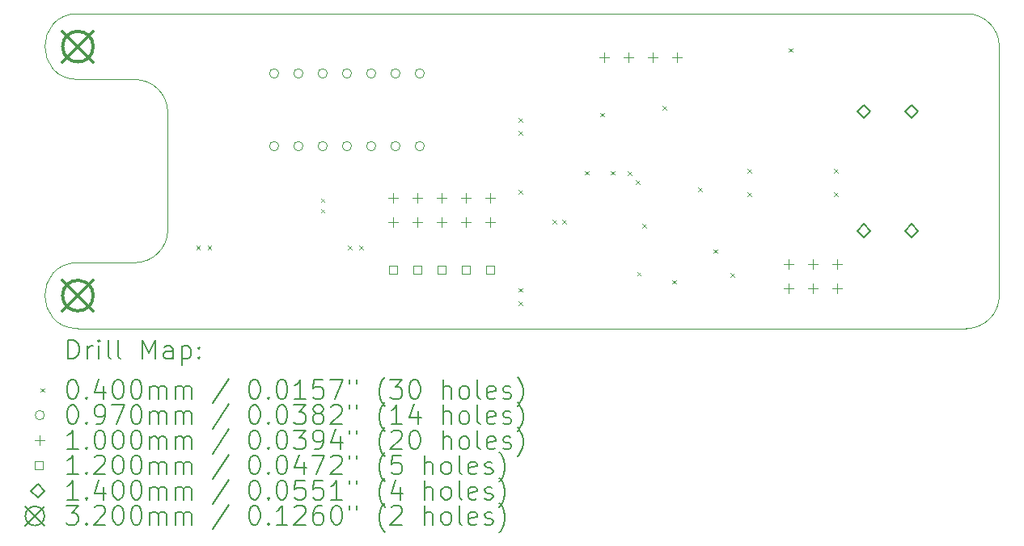
<source format=gbr>
%TF.GenerationSoftware,KiCad,Pcbnew,7.0.2*%
%TF.CreationDate,2024-05-08T22:38:07+07:00*%
%TF.ProjectId,multiport component tester,6d756c74-6970-46f7-9274-20636f6d706f,rev?*%
%TF.SameCoordinates,Original*%
%TF.FileFunction,Drillmap*%
%TF.FilePolarity,Positive*%
%FSLAX45Y45*%
G04 Gerber Fmt 4.5, Leading zero omitted, Abs format (unit mm)*
G04 Created by KiCad (PCBNEW 7.0.2) date 2024-05-08 22:38:07*
%MOMM*%
%LPD*%
G01*
G04 APERTURE LIST*
%ADD10C,0.100000*%
%ADD11C,0.200000*%
%ADD12C,0.040000*%
%ADD13C,0.097000*%
%ADD14C,0.120000*%
%ADD15C,0.140000*%
%ADD16C,0.320000*%
G04 APERTURE END LIST*
D10*
X7367000Y-8729026D02*
X7367000Y-9958974D01*
X6426013Y-10303974D02*
X7022000Y-10303974D01*
X16071000Y-8039000D02*
G75*
G03*
X15726000Y-7694000I-345000J0D01*
G01*
X6426013Y-8384026D02*
X7022000Y-8384026D01*
X7367004Y-8729026D02*
G75*
G03*
X7022000Y-8384026I-345004J-4D01*
G01*
X6426013Y-7694000D02*
X15726000Y-7694000D01*
X15726000Y-10994000D02*
X6426013Y-10994000D01*
X6426013Y-10303974D02*
G75*
G03*
X6426013Y-10994000I0J-345013D01*
G01*
X15726000Y-10994000D02*
G75*
G03*
X16071000Y-10649000I0J345000D01*
G01*
X7022000Y-10303974D02*
G75*
G03*
X7367000Y-9958974I0J345000D01*
G01*
X6426013Y-7694000D02*
G75*
G03*
X6426013Y-8384026I0J-345013D01*
G01*
X16071000Y-8039000D02*
X16071000Y-10649000D01*
D11*
D12*
X7666000Y-10124000D02*
X7706000Y-10164000D01*
X7706000Y-10124000D02*
X7666000Y-10164000D01*
X7784000Y-10124000D02*
X7824000Y-10164000D01*
X7824000Y-10124000D02*
X7784000Y-10164000D01*
X8968000Y-9630000D02*
X9008000Y-9670000D01*
X9008000Y-9630000D02*
X8968000Y-9670000D01*
X8970000Y-9740000D02*
X9010000Y-9780000D01*
X9010000Y-9740000D02*
X8970000Y-9780000D01*
X9252000Y-10124000D02*
X9292000Y-10164000D01*
X9292000Y-10124000D02*
X9252000Y-10164000D01*
X9370000Y-10124000D02*
X9410000Y-10164000D01*
X9410000Y-10124000D02*
X9370000Y-10164000D01*
X11040000Y-8790000D02*
X11080000Y-8830000D01*
X11080000Y-8790000D02*
X11040000Y-8830000D01*
X11040000Y-8926000D02*
X11080000Y-8966000D01*
X11080000Y-8926000D02*
X11040000Y-8966000D01*
X11040000Y-9540000D02*
X11080000Y-9580000D01*
X11080000Y-9540000D02*
X11040000Y-9580000D01*
X11040000Y-10570000D02*
X11080000Y-10610000D01*
X11080000Y-10570000D02*
X11040000Y-10610000D01*
X11040000Y-10710000D02*
X11080000Y-10750000D01*
X11080000Y-10710000D02*
X11040000Y-10750000D01*
X11393000Y-9852000D02*
X11433000Y-9892000D01*
X11433000Y-9852000D02*
X11393000Y-9892000D01*
X11497000Y-9852000D02*
X11537000Y-9892000D01*
X11537000Y-9852000D02*
X11497000Y-9892000D01*
X11734000Y-9343000D02*
X11774000Y-9383000D01*
X11774000Y-9343000D02*
X11734000Y-9383000D01*
X11892000Y-8732000D02*
X11932000Y-8772000D01*
X11932000Y-8732000D02*
X11892000Y-8772000D01*
X12004000Y-9343000D02*
X12044000Y-9383000D01*
X12044000Y-9343000D02*
X12004000Y-9383000D01*
X12182000Y-9347000D02*
X12222000Y-9387000D01*
X12222000Y-9347000D02*
X12182000Y-9387000D01*
X12269000Y-9437000D02*
X12309000Y-9477000D01*
X12309000Y-9437000D02*
X12269000Y-9477000D01*
X12279000Y-10401000D02*
X12319000Y-10441000D01*
X12319000Y-10401000D02*
X12279000Y-10441000D01*
X12335000Y-9897000D02*
X12375000Y-9937000D01*
X12375000Y-9897000D02*
X12335000Y-9937000D01*
X12549000Y-8659000D02*
X12589000Y-8699000D01*
X12589000Y-8659000D02*
X12549000Y-8699000D01*
X12648000Y-10485000D02*
X12688000Y-10525000D01*
X12688000Y-10485000D02*
X12648000Y-10525000D01*
X12918000Y-9513000D02*
X12958000Y-9553000D01*
X12958000Y-9513000D02*
X12918000Y-9553000D01*
X13081000Y-10164000D02*
X13121000Y-10204000D01*
X13121000Y-10164000D02*
X13081000Y-10204000D01*
X13257000Y-10414000D02*
X13297000Y-10454000D01*
X13297000Y-10414000D02*
X13257000Y-10454000D01*
X13434000Y-9324000D02*
X13474000Y-9364000D01*
X13474000Y-9324000D02*
X13434000Y-9364000D01*
X13434000Y-9564000D02*
X13474000Y-9604000D01*
X13474000Y-9564000D02*
X13434000Y-9604000D01*
X13865250Y-8055000D02*
X13905250Y-8095000D01*
X13905250Y-8055000D02*
X13865250Y-8095000D01*
X14340000Y-9324000D02*
X14380000Y-9364000D01*
X14380000Y-9324000D02*
X14340000Y-9364000D01*
X14340000Y-9564000D02*
X14380000Y-9604000D01*
X14380000Y-9564000D02*
X14340000Y-9604000D01*
D13*
X8528500Y-8320000D02*
G75*
G03*
X8528500Y-8320000I-48500J0D01*
G01*
X8528500Y-9082000D02*
G75*
G03*
X8528500Y-9082000I-48500J0D01*
G01*
X8782500Y-8320000D02*
G75*
G03*
X8782500Y-8320000I-48500J0D01*
G01*
X8782500Y-9082000D02*
G75*
G03*
X8782500Y-9082000I-48500J0D01*
G01*
X9036500Y-8320000D02*
G75*
G03*
X9036500Y-8320000I-48500J0D01*
G01*
X9036500Y-9082000D02*
G75*
G03*
X9036500Y-9082000I-48500J0D01*
G01*
X9290500Y-8320000D02*
G75*
G03*
X9290500Y-8320000I-48500J0D01*
G01*
X9290500Y-9082000D02*
G75*
G03*
X9290500Y-9082000I-48500J0D01*
G01*
X9544500Y-8320000D02*
G75*
G03*
X9544500Y-8320000I-48500J0D01*
G01*
X9544500Y-9082000D02*
G75*
G03*
X9544500Y-9082000I-48500J0D01*
G01*
X9798500Y-8320000D02*
G75*
G03*
X9798500Y-8320000I-48500J0D01*
G01*
X9798500Y-9082000D02*
G75*
G03*
X9798500Y-9082000I-48500J0D01*
G01*
X10052500Y-8320000D02*
G75*
G03*
X10052500Y-8320000I-48500J0D01*
G01*
X10052500Y-9082000D02*
G75*
G03*
X10052500Y-9082000I-48500J0D01*
G01*
D10*
X9728000Y-9573000D02*
X9728000Y-9673000D01*
X9678000Y-9623000D02*
X9778000Y-9623000D01*
X9728000Y-9827000D02*
X9728000Y-9927000D01*
X9678000Y-9877000D02*
X9778000Y-9877000D01*
X9982000Y-9573000D02*
X9982000Y-9673000D01*
X9932000Y-9623000D02*
X10032000Y-9623000D01*
X9982000Y-9827000D02*
X9982000Y-9927000D01*
X9932000Y-9877000D02*
X10032000Y-9877000D01*
X10236000Y-9573000D02*
X10236000Y-9673000D01*
X10186000Y-9623000D02*
X10286000Y-9623000D01*
X10236000Y-9827000D02*
X10236000Y-9927000D01*
X10186000Y-9877000D02*
X10286000Y-9877000D01*
X10490000Y-9573000D02*
X10490000Y-9673000D01*
X10440000Y-9623000D02*
X10540000Y-9623000D01*
X10490000Y-9827000D02*
X10490000Y-9927000D01*
X10440000Y-9877000D02*
X10540000Y-9877000D01*
X10744000Y-9573000D02*
X10744000Y-9673000D01*
X10694000Y-9623000D02*
X10794000Y-9623000D01*
X10744000Y-9827000D02*
X10744000Y-9927000D01*
X10694000Y-9877000D02*
X10794000Y-9877000D01*
X11934000Y-8099000D02*
X11934000Y-8199000D01*
X11884000Y-8149000D02*
X11984000Y-8149000D01*
X12188000Y-8099000D02*
X12188000Y-8199000D01*
X12138000Y-8149000D02*
X12238000Y-8149000D01*
X12442000Y-8099000D02*
X12442000Y-8199000D01*
X12392000Y-8149000D02*
X12492000Y-8149000D01*
X12696000Y-8099000D02*
X12696000Y-8199000D01*
X12646000Y-8149000D02*
X12746000Y-8149000D01*
X13867000Y-10269500D02*
X13867000Y-10369500D01*
X13817000Y-10319500D02*
X13917000Y-10319500D01*
X13867000Y-10523500D02*
X13867000Y-10623500D01*
X13817000Y-10573500D02*
X13917000Y-10573500D01*
X14121000Y-10269500D02*
X14121000Y-10369500D01*
X14071000Y-10319500D02*
X14171000Y-10319500D01*
X14121000Y-10523500D02*
X14121000Y-10623500D01*
X14071000Y-10573500D02*
X14171000Y-10573500D01*
X14375000Y-10269500D02*
X14375000Y-10369500D01*
X14325000Y-10319500D02*
X14425000Y-10319500D01*
X14375000Y-10523500D02*
X14375000Y-10623500D01*
X14325000Y-10573500D02*
X14425000Y-10573500D01*
D14*
X9770427Y-10424427D02*
X9770427Y-10339573D01*
X9685573Y-10339573D01*
X9685573Y-10424427D01*
X9770427Y-10424427D01*
X10024427Y-10424427D02*
X10024427Y-10339573D01*
X9939573Y-10339573D01*
X9939573Y-10424427D01*
X10024427Y-10424427D01*
X10278427Y-10424427D02*
X10278427Y-10339573D01*
X10193573Y-10339573D01*
X10193573Y-10424427D01*
X10278427Y-10424427D01*
X10532427Y-10424427D02*
X10532427Y-10339573D01*
X10447573Y-10339573D01*
X10447573Y-10424427D01*
X10532427Y-10424427D01*
X10786427Y-10424427D02*
X10786427Y-10339573D01*
X10701573Y-10339573D01*
X10701573Y-10424427D01*
X10786427Y-10424427D01*
D15*
X14654000Y-8789000D02*
X14724000Y-8719000D01*
X14654000Y-8649000D01*
X14584000Y-8719000D01*
X14654000Y-8789000D01*
X14654000Y-10039000D02*
X14724000Y-9969000D01*
X14654000Y-9899000D01*
X14584000Y-9969000D01*
X14654000Y-10039000D01*
X15154000Y-8789000D02*
X15224000Y-8719000D01*
X15154000Y-8649000D01*
X15084000Y-8719000D01*
X15154000Y-8789000D01*
X15154000Y-10039000D02*
X15224000Y-9969000D01*
X15154000Y-9899000D01*
X15084000Y-9969000D01*
X15154000Y-10039000D01*
D16*
X6266000Y-7879000D02*
X6586000Y-8199000D01*
X6586000Y-7879000D02*
X6266000Y-8199000D01*
X6586000Y-8039000D02*
G75*
G03*
X6586000Y-8039000I-160000J0D01*
G01*
X6266000Y-10489000D02*
X6586000Y-10809000D01*
X6586000Y-10489000D02*
X6266000Y-10809000D01*
X6586000Y-10649000D02*
G75*
G03*
X6586000Y-10649000I-160000J0D01*
G01*
D11*
X6323619Y-11311524D02*
X6323619Y-11111524D01*
X6323619Y-11111524D02*
X6371238Y-11111524D01*
X6371238Y-11111524D02*
X6399809Y-11121048D01*
X6399809Y-11121048D02*
X6418857Y-11140095D01*
X6418857Y-11140095D02*
X6428381Y-11159143D01*
X6428381Y-11159143D02*
X6437905Y-11197238D01*
X6437905Y-11197238D02*
X6437905Y-11225809D01*
X6437905Y-11225809D02*
X6428381Y-11263905D01*
X6428381Y-11263905D02*
X6418857Y-11282952D01*
X6418857Y-11282952D02*
X6399809Y-11302000D01*
X6399809Y-11302000D02*
X6371238Y-11311524D01*
X6371238Y-11311524D02*
X6323619Y-11311524D01*
X6523619Y-11311524D02*
X6523619Y-11178190D01*
X6523619Y-11216286D02*
X6533143Y-11197238D01*
X6533143Y-11197238D02*
X6542667Y-11187714D01*
X6542667Y-11187714D02*
X6561714Y-11178190D01*
X6561714Y-11178190D02*
X6580762Y-11178190D01*
X6647428Y-11311524D02*
X6647428Y-11178190D01*
X6647428Y-11111524D02*
X6637905Y-11121048D01*
X6637905Y-11121048D02*
X6647428Y-11130571D01*
X6647428Y-11130571D02*
X6656952Y-11121048D01*
X6656952Y-11121048D02*
X6647428Y-11111524D01*
X6647428Y-11111524D02*
X6647428Y-11130571D01*
X6771238Y-11311524D02*
X6752190Y-11302000D01*
X6752190Y-11302000D02*
X6742667Y-11282952D01*
X6742667Y-11282952D02*
X6742667Y-11111524D01*
X6876000Y-11311524D02*
X6856952Y-11302000D01*
X6856952Y-11302000D02*
X6847428Y-11282952D01*
X6847428Y-11282952D02*
X6847428Y-11111524D01*
X7104571Y-11311524D02*
X7104571Y-11111524D01*
X7104571Y-11111524D02*
X7171238Y-11254381D01*
X7171238Y-11254381D02*
X7237905Y-11111524D01*
X7237905Y-11111524D02*
X7237905Y-11311524D01*
X7418857Y-11311524D02*
X7418857Y-11206762D01*
X7418857Y-11206762D02*
X7409333Y-11187714D01*
X7409333Y-11187714D02*
X7390286Y-11178190D01*
X7390286Y-11178190D02*
X7352190Y-11178190D01*
X7352190Y-11178190D02*
X7333143Y-11187714D01*
X7418857Y-11302000D02*
X7399809Y-11311524D01*
X7399809Y-11311524D02*
X7352190Y-11311524D01*
X7352190Y-11311524D02*
X7333143Y-11302000D01*
X7333143Y-11302000D02*
X7323619Y-11282952D01*
X7323619Y-11282952D02*
X7323619Y-11263905D01*
X7323619Y-11263905D02*
X7333143Y-11244857D01*
X7333143Y-11244857D02*
X7352190Y-11235333D01*
X7352190Y-11235333D02*
X7399809Y-11235333D01*
X7399809Y-11235333D02*
X7418857Y-11225809D01*
X7514095Y-11178190D02*
X7514095Y-11378190D01*
X7514095Y-11187714D02*
X7533143Y-11178190D01*
X7533143Y-11178190D02*
X7571238Y-11178190D01*
X7571238Y-11178190D02*
X7590286Y-11187714D01*
X7590286Y-11187714D02*
X7599809Y-11197238D01*
X7599809Y-11197238D02*
X7609333Y-11216286D01*
X7609333Y-11216286D02*
X7609333Y-11273428D01*
X7609333Y-11273428D02*
X7599809Y-11292476D01*
X7599809Y-11292476D02*
X7590286Y-11302000D01*
X7590286Y-11302000D02*
X7571238Y-11311524D01*
X7571238Y-11311524D02*
X7533143Y-11311524D01*
X7533143Y-11311524D02*
X7514095Y-11302000D01*
X7695048Y-11292476D02*
X7704571Y-11302000D01*
X7704571Y-11302000D02*
X7695048Y-11311524D01*
X7695048Y-11311524D02*
X7685524Y-11302000D01*
X7685524Y-11302000D02*
X7695048Y-11292476D01*
X7695048Y-11292476D02*
X7695048Y-11311524D01*
X7695048Y-11187714D02*
X7704571Y-11197238D01*
X7704571Y-11197238D02*
X7695048Y-11206762D01*
X7695048Y-11206762D02*
X7685524Y-11197238D01*
X7685524Y-11197238D02*
X7695048Y-11187714D01*
X7695048Y-11187714D02*
X7695048Y-11206762D01*
D12*
X6036000Y-11619000D02*
X6076000Y-11659000D01*
X6076000Y-11619000D02*
X6036000Y-11659000D01*
D11*
X6361714Y-11531524D02*
X6380762Y-11531524D01*
X6380762Y-11531524D02*
X6399809Y-11541048D01*
X6399809Y-11541048D02*
X6409333Y-11550571D01*
X6409333Y-11550571D02*
X6418857Y-11569619D01*
X6418857Y-11569619D02*
X6428381Y-11607714D01*
X6428381Y-11607714D02*
X6428381Y-11655333D01*
X6428381Y-11655333D02*
X6418857Y-11693428D01*
X6418857Y-11693428D02*
X6409333Y-11712476D01*
X6409333Y-11712476D02*
X6399809Y-11722000D01*
X6399809Y-11722000D02*
X6380762Y-11731524D01*
X6380762Y-11731524D02*
X6361714Y-11731524D01*
X6361714Y-11731524D02*
X6342667Y-11722000D01*
X6342667Y-11722000D02*
X6333143Y-11712476D01*
X6333143Y-11712476D02*
X6323619Y-11693428D01*
X6323619Y-11693428D02*
X6314095Y-11655333D01*
X6314095Y-11655333D02*
X6314095Y-11607714D01*
X6314095Y-11607714D02*
X6323619Y-11569619D01*
X6323619Y-11569619D02*
X6333143Y-11550571D01*
X6333143Y-11550571D02*
X6342667Y-11541048D01*
X6342667Y-11541048D02*
X6361714Y-11531524D01*
X6514095Y-11712476D02*
X6523619Y-11722000D01*
X6523619Y-11722000D02*
X6514095Y-11731524D01*
X6514095Y-11731524D02*
X6504571Y-11722000D01*
X6504571Y-11722000D02*
X6514095Y-11712476D01*
X6514095Y-11712476D02*
X6514095Y-11731524D01*
X6695048Y-11598190D02*
X6695048Y-11731524D01*
X6647428Y-11522000D02*
X6599809Y-11664857D01*
X6599809Y-11664857D02*
X6723619Y-11664857D01*
X6837905Y-11531524D02*
X6856952Y-11531524D01*
X6856952Y-11531524D02*
X6876000Y-11541048D01*
X6876000Y-11541048D02*
X6885524Y-11550571D01*
X6885524Y-11550571D02*
X6895048Y-11569619D01*
X6895048Y-11569619D02*
X6904571Y-11607714D01*
X6904571Y-11607714D02*
X6904571Y-11655333D01*
X6904571Y-11655333D02*
X6895048Y-11693428D01*
X6895048Y-11693428D02*
X6885524Y-11712476D01*
X6885524Y-11712476D02*
X6876000Y-11722000D01*
X6876000Y-11722000D02*
X6856952Y-11731524D01*
X6856952Y-11731524D02*
X6837905Y-11731524D01*
X6837905Y-11731524D02*
X6818857Y-11722000D01*
X6818857Y-11722000D02*
X6809333Y-11712476D01*
X6809333Y-11712476D02*
X6799809Y-11693428D01*
X6799809Y-11693428D02*
X6790286Y-11655333D01*
X6790286Y-11655333D02*
X6790286Y-11607714D01*
X6790286Y-11607714D02*
X6799809Y-11569619D01*
X6799809Y-11569619D02*
X6809333Y-11550571D01*
X6809333Y-11550571D02*
X6818857Y-11541048D01*
X6818857Y-11541048D02*
X6837905Y-11531524D01*
X7028381Y-11531524D02*
X7047429Y-11531524D01*
X7047429Y-11531524D02*
X7066476Y-11541048D01*
X7066476Y-11541048D02*
X7076000Y-11550571D01*
X7076000Y-11550571D02*
X7085524Y-11569619D01*
X7085524Y-11569619D02*
X7095048Y-11607714D01*
X7095048Y-11607714D02*
X7095048Y-11655333D01*
X7095048Y-11655333D02*
X7085524Y-11693428D01*
X7085524Y-11693428D02*
X7076000Y-11712476D01*
X7076000Y-11712476D02*
X7066476Y-11722000D01*
X7066476Y-11722000D02*
X7047429Y-11731524D01*
X7047429Y-11731524D02*
X7028381Y-11731524D01*
X7028381Y-11731524D02*
X7009333Y-11722000D01*
X7009333Y-11722000D02*
X6999809Y-11712476D01*
X6999809Y-11712476D02*
X6990286Y-11693428D01*
X6990286Y-11693428D02*
X6980762Y-11655333D01*
X6980762Y-11655333D02*
X6980762Y-11607714D01*
X6980762Y-11607714D02*
X6990286Y-11569619D01*
X6990286Y-11569619D02*
X6999809Y-11550571D01*
X6999809Y-11550571D02*
X7009333Y-11541048D01*
X7009333Y-11541048D02*
X7028381Y-11531524D01*
X7180762Y-11731524D02*
X7180762Y-11598190D01*
X7180762Y-11617238D02*
X7190286Y-11607714D01*
X7190286Y-11607714D02*
X7209333Y-11598190D01*
X7209333Y-11598190D02*
X7237905Y-11598190D01*
X7237905Y-11598190D02*
X7256952Y-11607714D01*
X7256952Y-11607714D02*
X7266476Y-11626762D01*
X7266476Y-11626762D02*
X7266476Y-11731524D01*
X7266476Y-11626762D02*
X7276000Y-11607714D01*
X7276000Y-11607714D02*
X7295048Y-11598190D01*
X7295048Y-11598190D02*
X7323619Y-11598190D01*
X7323619Y-11598190D02*
X7342667Y-11607714D01*
X7342667Y-11607714D02*
X7352190Y-11626762D01*
X7352190Y-11626762D02*
X7352190Y-11731524D01*
X7447429Y-11731524D02*
X7447429Y-11598190D01*
X7447429Y-11617238D02*
X7456952Y-11607714D01*
X7456952Y-11607714D02*
X7476000Y-11598190D01*
X7476000Y-11598190D02*
X7504571Y-11598190D01*
X7504571Y-11598190D02*
X7523619Y-11607714D01*
X7523619Y-11607714D02*
X7533143Y-11626762D01*
X7533143Y-11626762D02*
X7533143Y-11731524D01*
X7533143Y-11626762D02*
X7542667Y-11607714D01*
X7542667Y-11607714D02*
X7561714Y-11598190D01*
X7561714Y-11598190D02*
X7590286Y-11598190D01*
X7590286Y-11598190D02*
X7609333Y-11607714D01*
X7609333Y-11607714D02*
X7618857Y-11626762D01*
X7618857Y-11626762D02*
X7618857Y-11731524D01*
X8009333Y-11522000D02*
X7837905Y-11779143D01*
X8266476Y-11531524D02*
X8285524Y-11531524D01*
X8285524Y-11531524D02*
X8304572Y-11541048D01*
X8304572Y-11541048D02*
X8314095Y-11550571D01*
X8314095Y-11550571D02*
X8323619Y-11569619D01*
X8323619Y-11569619D02*
X8333143Y-11607714D01*
X8333143Y-11607714D02*
X8333143Y-11655333D01*
X8333143Y-11655333D02*
X8323619Y-11693428D01*
X8323619Y-11693428D02*
X8314095Y-11712476D01*
X8314095Y-11712476D02*
X8304572Y-11722000D01*
X8304572Y-11722000D02*
X8285524Y-11731524D01*
X8285524Y-11731524D02*
X8266476Y-11731524D01*
X8266476Y-11731524D02*
X8247429Y-11722000D01*
X8247429Y-11722000D02*
X8237905Y-11712476D01*
X8237905Y-11712476D02*
X8228381Y-11693428D01*
X8228381Y-11693428D02*
X8218857Y-11655333D01*
X8218857Y-11655333D02*
X8218857Y-11607714D01*
X8218857Y-11607714D02*
X8228381Y-11569619D01*
X8228381Y-11569619D02*
X8237905Y-11550571D01*
X8237905Y-11550571D02*
X8247429Y-11541048D01*
X8247429Y-11541048D02*
X8266476Y-11531524D01*
X8418857Y-11712476D02*
X8428381Y-11722000D01*
X8428381Y-11722000D02*
X8418857Y-11731524D01*
X8418857Y-11731524D02*
X8409334Y-11722000D01*
X8409334Y-11722000D02*
X8418857Y-11712476D01*
X8418857Y-11712476D02*
X8418857Y-11731524D01*
X8552191Y-11531524D02*
X8571238Y-11531524D01*
X8571238Y-11531524D02*
X8590286Y-11541048D01*
X8590286Y-11541048D02*
X8599810Y-11550571D01*
X8599810Y-11550571D02*
X8609334Y-11569619D01*
X8609334Y-11569619D02*
X8618857Y-11607714D01*
X8618857Y-11607714D02*
X8618857Y-11655333D01*
X8618857Y-11655333D02*
X8609334Y-11693428D01*
X8609334Y-11693428D02*
X8599810Y-11712476D01*
X8599810Y-11712476D02*
X8590286Y-11722000D01*
X8590286Y-11722000D02*
X8571238Y-11731524D01*
X8571238Y-11731524D02*
X8552191Y-11731524D01*
X8552191Y-11731524D02*
X8533143Y-11722000D01*
X8533143Y-11722000D02*
X8523619Y-11712476D01*
X8523619Y-11712476D02*
X8514095Y-11693428D01*
X8514095Y-11693428D02*
X8504572Y-11655333D01*
X8504572Y-11655333D02*
X8504572Y-11607714D01*
X8504572Y-11607714D02*
X8514095Y-11569619D01*
X8514095Y-11569619D02*
X8523619Y-11550571D01*
X8523619Y-11550571D02*
X8533143Y-11541048D01*
X8533143Y-11541048D02*
X8552191Y-11531524D01*
X8809334Y-11731524D02*
X8695048Y-11731524D01*
X8752191Y-11731524D02*
X8752191Y-11531524D01*
X8752191Y-11531524D02*
X8733143Y-11560095D01*
X8733143Y-11560095D02*
X8714095Y-11579143D01*
X8714095Y-11579143D02*
X8695048Y-11588667D01*
X8990286Y-11531524D02*
X8895048Y-11531524D01*
X8895048Y-11531524D02*
X8885524Y-11626762D01*
X8885524Y-11626762D02*
X8895048Y-11617238D01*
X8895048Y-11617238D02*
X8914095Y-11607714D01*
X8914095Y-11607714D02*
X8961715Y-11607714D01*
X8961715Y-11607714D02*
X8980762Y-11617238D01*
X8980762Y-11617238D02*
X8990286Y-11626762D01*
X8990286Y-11626762D02*
X8999810Y-11645809D01*
X8999810Y-11645809D02*
X8999810Y-11693428D01*
X8999810Y-11693428D02*
X8990286Y-11712476D01*
X8990286Y-11712476D02*
X8980762Y-11722000D01*
X8980762Y-11722000D02*
X8961715Y-11731524D01*
X8961715Y-11731524D02*
X8914095Y-11731524D01*
X8914095Y-11731524D02*
X8895048Y-11722000D01*
X8895048Y-11722000D02*
X8885524Y-11712476D01*
X9066476Y-11531524D02*
X9199810Y-11531524D01*
X9199810Y-11531524D02*
X9114095Y-11731524D01*
X9266476Y-11531524D02*
X9266476Y-11569619D01*
X9342667Y-11531524D02*
X9342667Y-11569619D01*
X9637905Y-11807714D02*
X9628381Y-11798190D01*
X9628381Y-11798190D02*
X9609334Y-11769619D01*
X9609334Y-11769619D02*
X9599810Y-11750571D01*
X9599810Y-11750571D02*
X9590286Y-11722000D01*
X9590286Y-11722000D02*
X9580762Y-11674381D01*
X9580762Y-11674381D02*
X9580762Y-11636286D01*
X9580762Y-11636286D02*
X9590286Y-11588667D01*
X9590286Y-11588667D02*
X9599810Y-11560095D01*
X9599810Y-11560095D02*
X9609334Y-11541048D01*
X9609334Y-11541048D02*
X9628381Y-11512476D01*
X9628381Y-11512476D02*
X9637905Y-11502952D01*
X9695048Y-11531524D02*
X9818857Y-11531524D01*
X9818857Y-11531524D02*
X9752191Y-11607714D01*
X9752191Y-11607714D02*
X9780762Y-11607714D01*
X9780762Y-11607714D02*
X9799810Y-11617238D01*
X9799810Y-11617238D02*
X9809334Y-11626762D01*
X9809334Y-11626762D02*
X9818857Y-11645809D01*
X9818857Y-11645809D02*
X9818857Y-11693428D01*
X9818857Y-11693428D02*
X9809334Y-11712476D01*
X9809334Y-11712476D02*
X9799810Y-11722000D01*
X9799810Y-11722000D02*
X9780762Y-11731524D01*
X9780762Y-11731524D02*
X9723619Y-11731524D01*
X9723619Y-11731524D02*
X9704572Y-11722000D01*
X9704572Y-11722000D02*
X9695048Y-11712476D01*
X9942667Y-11531524D02*
X9961715Y-11531524D01*
X9961715Y-11531524D02*
X9980762Y-11541048D01*
X9980762Y-11541048D02*
X9990286Y-11550571D01*
X9990286Y-11550571D02*
X9999810Y-11569619D01*
X9999810Y-11569619D02*
X10009334Y-11607714D01*
X10009334Y-11607714D02*
X10009334Y-11655333D01*
X10009334Y-11655333D02*
X9999810Y-11693428D01*
X9999810Y-11693428D02*
X9990286Y-11712476D01*
X9990286Y-11712476D02*
X9980762Y-11722000D01*
X9980762Y-11722000D02*
X9961715Y-11731524D01*
X9961715Y-11731524D02*
X9942667Y-11731524D01*
X9942667Y-11731524D02*
X9923619Y-11722000D01*
X9923619Y-11722000D02*
X9914096Y-11712476D01*
X9914096Y-11712476D02*
X9904572Y-11693428D01*
X9904572Y-11693428D02*
X9895048Y-11655333D01*
X9895048Y-11655333D02*
X9895048Y-11607714D01*
X9895048Y-11607714D02*
X9904572Y-11569619D01*
X9904572Y-11569619D02*
X9914096Y-11550571D01*
X9914096Y-11550571D02*
X9923619Y-11541048D01*
X9923619Y-11541048D02*
X9942667Y-11531524D01*
X10247429Y-11731524D02*
X10247429Y-11531524D01*
X10333143Y-11731524D02*
X10333143Y-11626762D01*
X10333143Y-11626762D02*
X10323619Y-11607714D01*
X10323619Y-11607714D02*
X10304572Y-11598190D01*
X10304572Y-11598190D02*
X10276000Y-11598190D01*
X10276000Y-11598190D02*
X10256953Y-11607714D01*
X10256953Y-11607714D02*
X10247429Y-11617238D01*
X10456953Y-11731524D02*
X10437905Y-11722000D01*
X10437905Y-11722000D02*
X10428381Y-11712476D01*
X10428381Y-11712476D02*
X10418858Y-11693428D01*
X10418858Y-11693428D02*
X10418858Y-11636286D01*
X10418858Y-11636286D02*
X10428381Y-11617238D01*
X10428381Y-11617238D02*
X10437905Y-11607714D01*
X10437905Y-11607714D02*
X10456953Y-11598190D01*
X10456953Y-11598190D02*
X10485524Y-11598190D01*
X10485524Y-11598190D02*
X10504572Y-11607714D01*
X10504572Y-11607714D02*
X10514096Y-11617238D01*
X10514096Y-11617238D02*
X10523619Y-11636286D01*
X10523619Y-11636286D02*
X10523619Y-11693428D01*
X10523619Y-11693428D02*
X10514096Y-11712476D01*
X10514096Y-11712476D02*
X10504572Y-11722000D01*
X10504572Y-11722000D02*
X10485524Y-11731524D01*
X10485524Y-11731524D02*
X10456953Y-11731524D01*
X10637905Y-11731524D02*
X10618858Y-11722000D01*
X10618858Y-11722000D02*
X10609334Y-11702952D01*
X10609334Y-11702952D02*
X10609334Y-11531524D01*
X10790286Y-11722000D02*
X10771239Y-11731524D01*
X10771239Y-11731524D02*
X10733143Y-11731524D01*
X10733143Y-11731524D02*
X10714096Y-11722000D01*
X10714096Y-11722000D02*
X10704572Y-11702952D01*
X10704572Y-11702952D02*
X10704572Y-11626762D01*
X10704572Y-11626762D02*
X10714096Y-11607714D01*
X10714096Y-11607714D02*
X10733143Y-11598190D01*
X10733143Y-11598190D02*
X10771239Y-11598190D01*
X10771239Y-11598190D02*
X10790286Y-11607714D01*
X10790286Y-11607714D02*
X10799810Y-11626762D01*
X10799810Y-11626762D02*
X10799810Y-11645809D01*
X10799810Y-11645809D02*
X10704572Y-11664857D01*
X10876000Y-11722000D02*
X10895048Y-11731524D01*
X10895048Y-11731524D02*
X10933143Y-11731524D01*
X10933143Y-11731524D02*
X10952191Y-11722000D01*
X10952191Y-11722000D02*
X10961715Y-11702952D01*
X10961715Y-11702952D02*
X10961715Y-11693428D01*
X10961715Y-11693428D02*
X10952191Y-11674381D01*
X10952191Y-11674381D02*
X10933143Y-11664857D01*
X10933143Y-11664857D02*
X10904572Y-11664857D01*
X10904572Y-11664857D02*
X10885524Y-11655333D01*
X10885524Y-11655333D02*
X10876000Y-11636286D01*
X10876000Y-11636286D02*
X10876000Y-11626762D01*
X10876000Y-11626762D02*
X10885524Y-11607714D01*
X10885524Y-11607714D02*
X10904572Y-11598190D01*
X10904572Y-11598190D02*
X10933143Y-11598190D01*
X10933143Y-11598190D02*
X10952191Y-11607714D01*
X11028381Y-11807714D02*
X11037905Y-11798190D01*
X11037905Y-11798190D02*
X11056953Y-11769619D01*
X11056953Y-11769619D02*
X11066477Y-11750571D01*
X11066477Y-11750571D02*
X11076000Y-11722000D01*
X11076000Y-11722000D02*
X11085524Y-11674381D01*
X11085524Y-11674381D02*
X11085524Y-11636286D01*
X11085524Y-11636286D02*
X11076000Y-11588667D01*
X11076000Y-11588667D02*
X11066477Y-11560095D01*
X11066477Y-11560095D02*
X11056953Y-11541048D01*
X11056953Y-11541048D02*
X11037905Y-11512476D01*
X11037905Y-11512476D02*
X11028381Y-11502952D01*
D13*
X6076000Y-11903000D02*
G75*
G03*
X6076000Y-11903000I-48500J0D01*
G01*
D11*
X6361714Y-11795524D02*
X6380762Y-11795524D01*
X6380762Y-11795524D02*
X6399809Y-11805048D01*
X6399809Y-11805048D02*
X6409333Y-11814571D01*
X6409333Y-11814571D02*
X6418857Y-11833619D01*
X6418857Y-11833619D02*
X6428381Y-11871714D01*
X6428381Y-11871714D02*
X6428381Y-11919333D01*
X6428381Y-11919333D02*
X6418857Y-11957428D01*
X6418857Y-11957428D02*
X6409333Y-11976476D01*
X6409333Y-11976476D02*
X6399809Y-11986000D01*
X6399809Y-11986000D02*
X6380762Y-11995524D01*
X6380762Y-11995524D02*
X6361714Y-11995524D01*
X6361714Y-11995524D02*
X6342667Y-11986000D01*
X6342667Y-11986000D02*
X6333143Y-11976476D01*
X6333143Y-11976476D02*
X6323619Y-11957428D01*
X6323619Y-11957428D02*
X6314095Y-11919333D01*
X6314095Y-11919333D02*
X6314095Y-11871714D01*
X6314095Y-11871714D02*
X6323619Y-11833619D01*
X6323619Y-11833619D02*
X6333143Y-11814571D01*
X6333143Y-11814571D02*
X6342667Y-11805048D01*
X6342667Y-11805048D02*
X6361714Y-11795524D01*
X6514095Y-11976476D02*
X6523619Y-11986000D01*
X6523619Y-11986000D02*
X6514095Y-11995524D01*
X6514095Y-11995524D02*
X6504571Y-11986000D01*
X6504571Y-11986000D02*
X6514095Y-11976476D01*
X6514095Y-11976476D02*
X6514095Y-11995524D01*
X6618857Y-11995524D02*
X6656952Y-11995524D01*
X6656952Y-11995524D02*
X6676000Y-11986000D01*
X6676000Y-11986000D02*
X6685524Y-11976476D01*
X6685524Y-11976476D02*
X6704571Y-11947905D01*
X6704571Y-11947905D02*
X6714095Y-11909809D01*
X6714095Y-11909809D02*
X6714095Y-11833619D01*
X6714095Y-11833619D02*
X6704571Y-11814571D01*
X6704571Y-11814571D02*
X6695048Y-11805048D01*
X6695048Y-11805048D02*
X6676000Y-11795524D01*
X6676000Y-11795524D02*
X6637905Y-11795524D01*
X6637905Y-11795524D02*
X6618857Y-11805048D01*
X6618857Y-11805048D02*
X6609333Y-11814571D01*
X6609333Y-11814571D02*
X6599809Y-11833619D01*
X6599809Y-11833619D02*
X6599809Y-11881238D01*
X6599809Y-11881238D02*
X6609333Y-11900286D01*
X6609333Y-11900286D02*
X6618857Y-11909809D01*
X6618857Y-11909809D02*
X6637905Y-11919333D01*
X6637905Y-11919333D02*
X6676000Y-11919333D01*
X6676000Y-11919333D02*
X6695048Y-11909809D01*
X6695048Y-11909809D02*
X6704571Y-11900286D01*
X6704571Y-11900286D02*
X6714095Y-11881238D01*
X6780762Y-11795524D02*
X6914095Y-11795524D01*
X6914095Y-11795524D02*
X6828381Y-11995524D01*
X7028381Y-11795524D02*
X7047429Y-11795524D01*
X7047429Y-11795524D02*
X7066476Y-11805048D01*
X7066476Y-11805048D02*
X7076000Y-11814571D01*
X7076000Y-11814571D02*
X7085524Y-11833619D01*
X7085524Y-11833619D02*
X7095048Y-11871714D01*
X7095048Y-11871714D02*
X7095048Y-11919333D01*
X7095048Y-11919333D02*
X7085524Y-11957428D01*
X7085524Y-11957428D02*
X7076000Y-11976476D01*
X7076000Y-11976476D02*
X7066476Y-11986000D01*
X7066476Y-11986000D02*
X7047429Y-11995524D01*
X7047429Y-11995524D02*
X7028381Y-11995524D01*
X7028381Y-11995524D02*
X7009333Y-11986000D01*
X7009333Y-11986000D02*
X6999809Y-11976476D01*
X6999809Y-11976476D02*
X6990286Y-11957428D01*
X6990286Y-11957428D02*
X6980762Y-11919333D01*
X6980762Y-11919333D02*
X6980762Y-11871714D01*
X6980762Y-11871714D02*
X6990286Y-11833619D01*
X6990286Y-11833619D02*
X6999809Y-11814571D01*
X6999809Y-11814571D02*
X7009333Y-11805048D01*
X7009333Y-11805048D02*
X7028381Y-11795524D01*
X7180762Y-11995524D02*
X7180762Y-11862190D01*
X7180762Y-11881238D02*
X7190286Y-11871714D01*
X7190286Y-11871714D02*
X7209333Y-11862190D01*
X7209333Y-11862190D02*
X7237905Y-11862190D01*
X7237905Y-11862190D02*
X7256952Y-11871714D01*
X7256952Y-11871714D02*
X7266476Y-11890762D01*
X7266476Y-11890762D02*
X7266476Y-11995524D01*
X7266476Y-11890762D02*
X7276000Y-11871714D01*
X7276000Y-11871714D02*
X7295048Y-11862190D01*
X7295048Y-11862190D02*
X7323619Y-11862190D01*
X7323619Y-11862190D02*
X7342667Y-11871714D01*
X7342667Y-11871714D02*
X7352190Y-11890762D01*
X7352190Y-11890762D02*
X7352190Y-11995524D01*
X7447429Y-11995524D02*
X7447429Y-11862190D01*
X7447429Y-11881238D02*
X7456952Y-11871714D01*
X7456952Y-11871714D02*
X7476000Y-11862190D01*
X7476000Y-11862190D02*
X7504571Y-11862190D01*
X7504571Y-11862190D02*
X7523619Y-11871714D01*
X7523619Y-11871714D02*
X7533143Y-11890762D01*
X7533143Y-11890762D02*
X7533143Y-11995524D01*
X7533143Y-11890762D02*
X7542667Y-11871714D01*
X7542667Y-11871714D02*
X7561714Y-11862190D01*
X7561714Y-11862190D02*
X7590286Y-11862190D01*
X7590286Y-11862190D02*
X7609333Y-11871714D01*
X7609333Y-11871714D02*
X7618857Y-11890762D01*
X7618857Y-11890762D02*
X7618857Y-11995524D01*
X8009333Y-11786000D02*
X7837905Y-12043143D01*
X8266476Y-11795524D02*
X8285524Y-11795524D01*
X8285524Y-11795524D02*
X8304572Y-11805048D01*
X8304572Y-11805048D02*
X8314095Y-11814571D01*
X8314095Y-11814571D02*
X8323619Y-11833619D01*
X8323619Y-11833619D02*
X8333143Y-11871714D01*
X8333143Y-11871714D02*
X8333143Y-11919333D01*
X8333143Y-11919333D02*
X8323619Y-11957428D01*
X8323619Y-11957428D02*
X8314095Y-11976476D01*
X8314095Y-11976476D02*
X8304572Y-11986000D01*
X8304572Y-11986000D02*
X8285524Y-11995524D01*
X8285524Y-11995524D02*
X8266476Y-11995524D01*
X8266476Y-11995524D02*
X8247429Y-11986000D01*
X8247429Y-11986000D02*
X8237905Y-11976476D01*
X8237905Y-11976476D02*
X8228381Y-11957428D01*
X8228381Y-11957428D02*
X8218857Y-11919333D01*
X8218857Y-11919333D02*
X8218857Y-11871714D01*
X8218857Y-11871714D02*
X8228381Y-11833619D01*
X8228381Y-11833619D02*
X8237905Y-11814571D01*
X8237905Y-11814571D02*
X8247429Y-11805048D01*
X8247429Y-11805048D02*
X8266476Y-11795524D01*
X8418857Y-11976476D02*
X8428381Y-11986000D01*
X8428381Y-11986000D02*
X8418857Y-11995524D01*
X8418857Y-11995524D02*
X8409334Y-11986000D01*
X8409334Y-11986000D02*
X8418857Y-11976476D01*
X8418857Y-11976476D02*
X8418857Y-11995524D01*
X8552191Y-11795524D02*
X8571238Y-11795524D01*
X8571238Y-11795524D02*
X8590286Y-11805048D01*
X8590286Y-11805048D02*
X8599810Y-11814571D01*
X8599810Y-11814571D02*
X8609334Y-11833619D01*
X8609334Y-11833619D02*
X8618857Y-11871714D01*
X8618857Y-11871714D02*
X8618857Y-11919333D01*
X8618857Y-11919333D02*
X8609334Y-11957428D01*
X8609334Y-11957428D02*
X8599810Y-11976476D01*
X8599810Y-11976476D02*
X8590286Y-11986000D01*
X8590286Y-11986000D02*
X8571238Y-11995524D01*
X8571238Y-11995524D02*
X8552191Y-11995524D01*
X8552191Y-11995524D02*
X8533143Y-11986000D01*
X8533143Y-11986000D02*
X8523619Y-11976476D01*
X8523619Y-11976476D02*
X8514095Y-11957428D01*
X8514095Y-11957428D02*
X8504572Y-11919333D01*
X8504572Y-11919333D02*
X8504572Y-11871714D01*
X8504572Y-11871714D02*
X8514095Y-11833619D01*
X8514095Y-11833619D02*
X8523619Y-11814571D01*
X8523619Y-11814571D02*
X8533143Y-11805048D01*
X8533143Y-11805048D02*
X8552191Y-11795524D01*
X8685524Y-11795524D02*
X8809334Y-11795524D01*
X8809334Y-11795524D02*
X8742667Y-11871714D01*
X8742667Y-11871714D02*
X8771238Y-11871714D01*
X8771238Y-11871714D02*
X8790286Y-11881238D01*
X8790286Y-11881238D02*
X8799810Y-11890762D01*
X8799810Y-11890762D02*
X8809334Y-11909809D01*
X8809334Y-11909809D02*
X8809334Y-11957428D01*
X8809334Y-11957428D02*
X8799810Y-11976476D01*
X8799810Y-11976476D02*
X8790286Y-11986000D01*
X8790286Y-11986000D02*
X8771238Y-11995524D01*
X8771238Y-11995524D02*
X8714095Y-11995524D01*
X8714095Y-11995524D02*
X8695048Y-11986000D01*
X8695048Y-11986000D02*
X8685524Y-11976476D01*
X8923619Y-11881238D02*
X8904572Y-11871714D01*
X8904572Y-11871714D02*
X8895048Y-11862190D01*
X8895048Y-11862190D02*
X8885524Y-11843143D01*
X8885524Y-11843143D02*
X8885524Y-11833619D01*
X8885524Y-11833619D02*
X8895048Y-11814571D01*
X8895048Y-11814571D02*
X8904572Y-11805048D01*
X8904572Y-11805048D02*
X8923619Y-11795524D01*
X8923619Y-11795524D02*
X8961715Y-11795524D01*
X8961715Y-11795524D02*
X8980762Y-11805048D01*
X8980762Y-11805048D02*
X8990286Y-11814571D01*
X8990286Y-11814571D02*
X8999810Y-11833619D01*
X8999810Y-11833619D02*
X8999810Y-11843143D01*
X8999810Y-11843143D02*
X8990286Y-11862190D01*
X8990286Y-11862190D02*
X8980762Y-11871714D01*
X8980762Y-11871714D02*
X8961715Y-11881238D01*
X8961715Y-11881238D02*
X8923619Y-11881238D01*
X8923619Y-11881238D02*
X8904572Y-11890762D01*
X8904572Y-11890762D02*
X8895048Y-11900286D01*
X8895048Y-11900286D02*
X8885524Y-11919333D01*
X8885524Y-11919333D02*
X8885524Y-11957428D01*
X8885524Y-11957428D02*
X8895048Y-11976476D01*
X8895048Y-11976476D02*
X8904572Y-11986000D01*
X8904572Y-11986000D02*
X8923619Y-11995524D01*
X8923619Y-11995524D02*
X8961715Y-11995524D01*
X8961715Y-11995524D02*
X8980762Y-11986000D01*
X8980762Y-11986000D02*
X8990286Y-11976476D01*
X8990286Y-11976476D02*
X8999810Y-11957428D01*
X8999810Y-11957428D02*
X8999810Y-11919333D01*
X8999810Y-11919333D02*
X8990286Y-11900286D01*
X8990286Y-11900286D02*
X8980762Y-11890762D01*
X8980762Y-11890762D02*
X8961715Y-11881238D01*
X9076000Y-11814571D02*
X9085524Y-11805048D01*
X9085524Y-11805048D02*
X9104572Y-11795524D01*
X9104572Y-11795524D02*
X9152191Y-11795524D01*
X9152191Y-11795524D02*
X9171238Y-11805048D01*
X9171238Y-11805048D02*
X9180762Y-11814571D01*
X9180762Y-11814571D02*
X9190286Y-11833619D01*
X9190286Y-11833619D02*
X9190286Y-11852667D01*
X9190286Y-11852667D02*
X9180762Y-11881238D01*
X9180762Y-11881238D02*
X9066476Y-11995524D01*
X9066476Y-11995524D02*
X9190286Y-11995524D01*
X9266476Y-11795524D02*
X9266476Y-11833619D01*
X9342667Y-11795524D02*
X9342667Y-11833619D01*
X9637905Y-12071714D02*
X9628381Y-12062190D01*
X9628381Y-12062190D02*
X9609334Y-12033619D01*
X9609334Y-12033619D02*
X9599810Y-12014571D01*
X9599810Y-12014571D02*
X9590286Y-11986000D01*
X9590286Y-11986000D02*
X9580762Y-11938381D01*
X9580762Y-11938381D02*
X9580762Y-11900286D01*
X9580762Y-11900286D02*
X9590286Y-11852667D01*
X9590286Y-11852667D02*
X9599810Y-11824095D01*
X9599810Y-11824095D02*
X9609334Y-11805048D01*
X9609334Y-11805048D02*
X9628381Y-11776476D01*
X9628381Y-11776476D02*
X9637905Y-11766952D01*
X9818857Y-11995524D02*
X9704572Y-11995524D01*
X9761715Y-11995524D02*
X9761715Y-11795524D01*
X9761715Y-11795524D02*
X9742667Y-11824095D01*
X9742667Y-11824095D02*
X9723619Y-11843143D01*
X9723619Y-11843143D02*
X9704572Y-11852667D01*
X9990286Y-11862190D02*
X9990286Y-11995524D01*
X9942667Y-11786000D02*
X9895048Y-11928857D01*
X9895048Y-11928857D02*
X10018857Y-11928857D01*
X10247429Y-11995524D02*
X10247429Y-11795524D01*
X10333143Y-11995524D02*
X10333143Y-11890762D01*
X10333143Y-11890762D02*
X10323619Y-11871714D01*
X10323619Y-11871714D02*
X10304572Y-11862190D01*
X10304572Y-11862190D02*
X10276000Y-11862190D01*
X10276000Y-11862190D02*
X10256953Y-11871714D01*
X10256953Y-11871714D02*
X10247429Y-11881238D01*
X10456953Y-11995524D02*
X10437905Y-11986000D01*
X10437905Y-11986000D02*
X10428381Y-11976476D01*
X10428381Y-11976476D02*
X10418858Y-11957428D01*
X10418858Y-11957428D02*
X10418858Y-11900286D01*
X10418858Y-11900286D02*
X10428381Y-11881238D01*
X10428381Y-11881238D02*
X10437905Y-11871714D01*
X10437905Y-11871714D02*
X10456953Y-11862190D01*
X10456953Y-11862190D02*
X10485524Y-11862190D01*
X10485524Y-11862190D02*
X10504572Y-11871714D01*
X10504572Y-11871714D02*
X10514096Y-11881238D01*
X10514096Y-11881238D02*
X10523619Y-11900286D01*
X10523619Y-11900286D02*
X10523619Y-11957428D01*
X10523619Y-11957428D02*
X10514096Y-11976476D01*
X10514096Y-11976476D02*
X10504572Y-11986000D01*
X10504572Y-11986000D02*
X10485524Y-11995524D01*
X10485524Y-11995524D02*
X10456953Y-11995524D01*
X10637905Y-11995524D02*
X10618858Y-11986000D01*
X10618858Y-11986000D02*
X10609334Y-11966952D01*
X10609334Y-11966952D02*
X10609334Y-11795524D01*
X10790286Y-11986000D02*
X10771239Y-11995524D01*
X10771239Y-11995524D02*
X10733143Y-11995524D01*
X10733143Y-11995524D02*
X10714096Y-11986000D01*
X10714096Y-11986000D02*
X10704572Y-11966952D01*
X10704572Y-11966952D02*
X10704572Y-11890762D01*
X10704572Y-11890762D02*
X10714096Y-11871714D01*
X10714096Y-11871714D02*
X10733143Y-11862190D01*
X10733143Y-11862190D02*
X10771239Y-11862190D01*
X10771239Y-11862190D02*
X10790286Y-11871714D01*
X10790286Y-11871714D02*
X10799810Y-11890762D01*
X10799810Y-11890762D02*
X10799810Y-11909809D01*
X10799810Y-11909809D02*
X10704572Y-11928857D01*
X10876000Y-11986000D02*
X10895048Y-11995524D01*
X10895048Y-11995524D02*
X10933143Y-11995524D01*
X10933143Y-11995524D02*
X10952191Y-11986000D01*
X10952191Y-11986000D02*
X10961715Y-11966952D01*
X10961715Y-11966952D02*
X10961715Y-11957428D01*
X10961715Y-11957428D02*
X10952191Y-11938381D01*
X10952191Y-11938381D02*
X10933143Y-11928857D01*
X10933143Y-11928857D02*
X10904572Y-11928857D01*
X10904572Y-11928857D02*
X10885524Y-11919333D01*
X10885524Y-11919333D02*
X10876000Y-11900286D01*
X10876000Y-11900286D02*
X10876000Y-11890762D01*
X10876000Y-11890762D02*
X10885524Y-11871714D01*
X10885524Y-11871714D02*
X10904572Y-11862190D01*
X10904572Y-11862190D02*
X10933143Y-11862190D01*
X10933143Y-11862190D02*
X10952191Y-11871714D01*
X11028381Y-12071714D02*
X11037905Y-12062190D01*
X11037905Y-12062190D02*
X11056953Y-12033619D01*
X11056953Y-12033619D02*
X11066477Y-12014571D01*
X11066477Y-12014571D02*
X11076000Y-11986000D01*
X11076000Y-11986000D02*
X11085524Y-11938381D01*
X11085524Y-11938381D02*
X11085524Y-11900286D01*
X11085524Y-11900286D02*
X11076000Y-11852667D01*
X11076000Y-11852667D02*
X11066477Y-11824095D01*
X11066477Y-11824095D02*
X11056953Y-11805048D01*
X11056953Y-11805048D02*
X11037905Y-11776476D01*
X11037905Y-11776476D02*
X11028381Y-11766952D01*
D10*
X6026000Y-12117000D02*
X6026000Y-12217000D01*
X5976000Y-12167000D02*
X6076000Y-12167000D01*
D11*
X6428381Y-12259524D02*
X6314095Y-12259524D01*
X6371238Y-12259524D02*
X6371238Y-12059524D01*
X6371238Y-12059524D02*
X6352190Y-12088095D01*
X6352190Y-12088095D02*
X6333143Y-12107143D01*
X6333143Y-12107143D02*
X6314095Y-12116667D01*
X6514095Y-12240476D02*
X6523619Y-12250000D01*
X6523619Y-12250000D02*
X6514095Y-12259524D01*
X6514095Y-12259524D02*
X6504571Y-12250000D01*
X6504571Y-12250000D02*
X6514095Y-12240476D01*
X6514095Y-12240476D02*
X6514095Y-12259524D01*
X6647428Y-12059524D02*
X6666476Y-12059524D01*
X6666476Y-12059524D02*
X6685524Y-12069048D01*
X6685524Y-12069048D02*
X6695048Y-12078571D01*
X6695048Y-12078571D02*
X6704571Y-12097619D01*
X6704571Y-12097619D02*
X6714095Y-12135714D01*
X6714095Y-12135714D02*
X6714095Y-12183333D01*
X6714095Y-12183333D02*
X6704571Y-12221428D01*
X6704571Y-12221428D02*
X6695048Y-12240476D01*
X6695048Y-12240476D02*
X6685524Y-12250000D01*
X6685524Y-12250000D02*
X6666476Y-12259524D01*
X6666476Y-12259524D02*
X6647428Y-12259524D01*
X6647428Y-12259524D02*
X6628381Y-12250000D01*
X6628381Y-12250000D02*
X6618857Y-12240476D01*
X6618857Y-12240476D02*
X6609333Y-12221428D01*
X6609333Y-12221428D02*
X6599809Y-12183333D01*
X6599809Y-12183333D02*
X6599809Y-12135714D01*
X6599809Y-12135714D02*
X6609333Y-12097619D01*
X6609333Y-12097619D02*
X6618857Y-12078571D01*
X6618857Y-12078571D02*
X6628381Y-12069048D01*
X6628381Y-12069048D02*
X6647428Y-12059524D01*
X6837905Y-12059524D02*
X6856952Y-12059524D01*
X6856952Y-12059524D02*
X6876000Y-12069048D01*
X6876000Y-12069048D02*
X6885524Y-12078571D01*
X6885524Y-12078571D02*
X6895048Y-12097619D01*
X6895048Y-12097619D02*
X6904571Y-12135714D01*
X6904571Y-12135714D02*
X6904571Y-12183333D01*
X6904571Y-12183333D02*
X6895048Y-12221428D01*
X6895048Y-12221428D02*
X6885524Y-12240476D01*
X6885524Y-12240476D02*
X6876000Y-12250000D01*
X6876000Y-12250000D02*
X6856952Y-12259524D01*
X6856952Y-12259524D02*
X6837905Y-12259524D01*
X6837905Y-12259524D02*
X6818857Y-12250000D01*
X6818857Y-12250000D02*
X6809333Y-12240476D01*
X6809333Y-12240476D02*
X6799809Y-12221428D01*
X6799809Y-12221428D02*
X6790286Y-12183333D01*
X6790286Y-12183333D02*
X6790286Y-12135714D01*
X6790286Y-12135714D02*
X6799809Y-12097619D01*
X6799809Y-12097619D02*
X6809333Y-12078571D01*
X6809333Y-12078571D02*
X6818857Y-12069048D01*
X6818857Y-12069048D02*
X6837905Y-12059524D01*
X7028381Y-12059524D02*
X7047429Y-12059524D01*
X7047429Y-12059524D02*
X7066476Y-12069048D01*
X7066476Y-12069048D02*
X7076000Y-12078571D01*
X7076000Y-12078571D02*
X7085524Y-12097619D01*
X7085524Y-12097619D02*
X7095048Y-12135714D01*
X7095048Y-12135714D02*
X7095048Y-12183333D01*
X7095048Y-12183333D02*
X7085524Y-12221428D01*
X7085524Y-12221428D02*
X7076000Y-12240476D01*
X7076000Y-12240476D02*
X7066476Y-12250000D01*
X7066476Y-12250000D02*
X7047429Y-12259524D01*
X7047429Y-12259524D02*
X7028381Y-12259524D01*
X7028381Y-12259524D02*
X7009333Y-12250000D01*
X7009333Y-12250000D02*
X6999809Y-12240476D01*
X6999809Y-12240476D02*
X6990286Y-12221428D01*
X6990286Y-12221428D02*
X6980762Y-12183333D01*
X6980762Y-12183333D02*
X6980762Y-12135714D01*
X6980762Y-12135714D02*
X6990286Y-12097619D01*
X6990286Y-12097619D02*
X6999809Y-12078571D01*
X6999809Y-12078571D02*
X7009333Y-12069048D01*
X7009333Y-12069048D02*
X7028381Y-12059524D01*
X7180762Y-12259524D02*
X7180762Y-12126190D01*
X7180762Y-12145238D02*
X7190286Y-12135714D01*
X7190286Y-12135714D02*
X7209333Y-12126190D01*
X7209333Y-12126190D02*
X7237905Y-12126190D01*
X7237905Y-12126190D02*
X7256952Y-12135714D01*
X7256952Y-12135714D02*
X7266476Y-12154762D01*
X7266476Y-12154762D02*
X7266476Y-12259524D01*
X7266476Y-12154762D02*
X7276000Y-12135714D01*
X7276000Y-12135714D02*
X7295048Y-12126190D01*
X7295048Y-12126190D02*
X7323619Y-12126190D01*
X7323619Y-12126190D02*
X7342667Y-12135714D01*
X7342667Y-12135714D02*
X7352190Y-12154762D01*
X7352190Y-12154762D02*
X7352190Y-12259524D01*
X7447429Y-12259524D02*
X7447429Y-12126190D01*
X7447429Y-12145238D02*
X7456952Y-12135714D01*
X7456952Y-12135714D02*
X7476000Y-12126190D01*
X7476000Y-12126190D02*
X7504571Y-12126190D01*
X7504571Y-12126190D02*
X7523619Y-12135714D01*
X7523619Y-12135714D02*
X7533143Y-12154762D01*
X7533143Y-12154762D02*
X7533143Y-12259524D01*
X7533143Y-12154762D02*
X7542667Y-12135714D01*
X7542667Y-12135714D02*
X7561714Y-12126190D01*
X7561714Y-12126190D02*
X7590286Y-12126190D01*
X7590286Y-12126190D02*
X7609333Y-12135714D01*
X7609333Y-12135714D02*
X7618857Y-12154762D01*
X7618857Y-12154762D02*
X7618857Y-12259524D01*
X8009333Y-12050000D02*
X7837905Y-12307143D01*
X8266476Y-12059524D02*
X8285524Y-12059524D01*
X8285524Y-12059524D02*
X8304572Y-12069048D01*
X8304572Y-12069048D02*
X8314095Y-12078571D01*
X8314095Y-12078571D02*
X8323619Y-12097619D01*
X8323619Y-12097619D02*
X8333143Y-12135714D01*
X8333143Y-12135714D02*
X8333143Y-12183333D01*
X8333143Y-12183333D02*
X8323619Y-12221428D01*
X8323619Y-12221428D02*
X8314095Y-12240476D01*
X8314095Y-12240476D02*
X8304572Y-12250000D01*
X8304572Y-12250000D02*
X8285524Y-12259524D01*
X8285524Y-12259524D02*
X8266476Y-12259524D01*
X8266476Y-12259524D02*
X8247429Y-12250000D01*
X8247429Y-12250000D02*
X8237905Y-12240476D01*
X8237905Y-12240476D02*
X8228381Y-12221428D01*
X8228381Y-12221428D02*
X8218857Y-12183333D01*
X8218857Y-12183333D02*
X8218857Y-12135714D01*
X8218857Y-12135714D02*
X8228381Y-12097619D01*
X8228381Y-12097619D02*
X8237905Y-12078571D01*
X8237905Y-12078571D02*
X8247429Y-12069048D01*
X8247429Y-12069048D02*
X8266476Y-12059524D01*
X8418857Y-12240476D02*
X8428381Y-12250000D01*
X8428381Y-12250000D02*
X8418857Y-12259524D01*
X8418857Y-12259524D02*
X8409334Y-12250000D01*
X8409334Y-12250000D02*
X8418857Y-12240476D01*
X8418857Y-12240476D02*
X8418857Y-12259524D01*
X8552191Y-12059524D02*
X8571238Y-12059524D01*
X8571238Y-12059524D02*
X8590286Y-12069048D01*
X8590286Y-12069048D02*
X8599810Y-12078571D01*
X8599810Y-12078571D02*
X8609334Y-12097619D01*
X8609334Y-12097619D02*
X8618857Y-12135714D01*
X8618857Y-12135714D02*
X8618857Y-12183333D01*
X8618857Y-12183333D02*
X8609334Y-12221428D01*
X8609334Y-12221428D02*
X8599810Y-12240476D01*
X8599810Y-12240476D02*
X8590286Y-12250000D01*
X8590286Y-12250000D02*
X8571238Y-12259524D01*
X8571238Y-12259524D02*
X8552191Y-12259524D01*
X8552191Y-12259524D02*
X8533143Y-12250000D01*
X8533143Y-12250000D02*
X8523619Y-12240476D01*
X8523619Y-12240476D02*
X8514095Y-12221428D01*
X8514095Y-12221428D02*
X8504572Y-12183333D01*
X8504572Y-12183333D02*
X8504572Y-12135714D01*
X8504572Y-12135714D02*
X8514095Y-12097619D01*
X8514095Y-12097619D02*
X8523619Y-12078571D01*
X8523619Y-12078571D02*
X8533143Y-12069048D01*
X8533143Y-12069048D02*
X8552191Y-12059524D01*
X8685524Y-12059524D02*
X8809334Y-12059524D01*
X8809334Y-12059524D02*
X8742667Y-12135714D01*
X8742667Y-12135714D02*
X8771238Y-12135714D01*
X8771238Y-12135714D02*
X8790286Y-12145238D01*
X8790286Y-12145238D02*
X8799810Y-12154762D01*
X8799810Y-12154762D02*
X8809334Y-12173809D01*
X8809334Y-12173809D02*
X8809334Y-12221428D01*
X8809334Y-12221428D02*
X8799810Y-12240476D01*
X8799810Y-12240476D02*
X8790286Y-12250000D01*
X8790286Y-12250000D02*
X8771238Y-12259524D01*
X8771238Y-12259524D02*
X8714095Y-12259524D01*
X8714095Y-12259524D02*
X8695048Y-12250000D01*
X8695048Y-12250000D02*
X8685524Y-12240476D01*
X8904572Y-12259524D02*
X8942667Y-12259524D01*
X8942667Y-12259524D02*
X8961715Y-12250000D01*
X8961715Y-12250000D02*
X8971238Y-12240476D01*
X8971238Y-12240476D02*
X8990286Y-12211905D01*
X8990286Y-12211905D02*
X8999810Y-12173809D01*
X8999810Y-12173809D02*
X8999810Y-12097619D01*
X8999810Y-12097619D02*
X8990286Y-12078571D01*
X8990286Y-12078571D02*
X8980762Y-12069048D01*
X8980762Y-12069048D02*
X8961715Y-12059524D01*
X8961715Y-12059524D02*
X8923619Y-12059524D01*
X8923619Y-12059524D02*
X8904572Y-12069048D01*
X8904572Y-12069048D02*
X8895048Y-12078571D01*
X8895048Y-12078571D02*
X8885524Y-12097619D01*
X8885524Y-12097619D02*
X8885524Y-12145238D01*
X8885524Y-12145238D02*
X8895048Y-12164286D01*
X8895048Y-12164286D02*
X8904572Y-12173809D01*
X8904572Y-12173809D02*
X8923619Y-12183333D01*
X8923619Y-12183333D02*
X8961715Y-12183333D01*
X8961715Y-12183333D02*
X8980762Y-12173809D01*
X8980762Y-12173809D02*
X8990286Y-12164286D01*
X8990286Y-12164286D02*
X8999810Y-12145238D01*
X9171238Y-12126190D02*
X9171238Y-12259524D01*
X9123619Y-12050000D02*
X9076000Y-12192857D01*
X9076000Y-12192857D02*
X9199810Y-12192857D01*
X9266476Y-12059524D02*
X9266476Y-12097619D01*
X9342667Y-12059524D02*
X9342667Y-12097619D01*
X9637905Y-12335714D02*
X9628381Y-12326190D01*
X9628381Y-12326190D02*
X9609334Y-12297619D01*
X9609334Y-12297619D02*
X9599810Y-12278571D01*
X9599810Y-12278571D02*
X9590286Y-12250000D01*
X9590286Y-12250000D02*
X9580762Y-12202381D01*
X9580762Y-12202381D02*
X9580762Y-12164286D01*
X9580762Y-12164286D02*
X9590286Y-12116667D01*
X9590286Y-12116667D02*
X9599810Y-12088095D01*
X9599810Y-12088095D02*
X9609334Y-12069048D01*
X9609334Y-12069048D02*
X9628381Y-12040476D01*
X9628381Y-12040476D02*
X9637905Y-12030952D01*
X9704572Y-12078571D02*
X9714096Y-12069048D01*
X9714096Y-12069048D02*
X9733143Y-12059524D01*
X9733143Y-12059524D02*
X9780762Y-12059524D01*
X9780762Y-12059524D02*
X9799810Y-12069048D01*
X9799810Y-12069048D02*
X9809334Y-12078571D01*
X9809334Y-12078571D02*
X9818857Y-12097619D01*
X9818857Y-12097619D02*
X9818857Y-12116667D01*
X9818857Y-12116667D02*
X9809334Y-12145238D01*
X9809334Y-12145238D02*
X9695048Y-12259524D01*
X9695048Y-12259524D02*
X9818857Y-12259524D01*
X9942667Y-12059524D02*
X9961715Y-12059524D01*
X9961715Y-12059524D02*
X9980762Y-12069048D01*
X9980762Y-12069048D02*
X9990286Y-12078571D01*
X9990286Y-12078571D02*
X9999810Y-12097619D01*
X9999810Y-12097619D02*
X10009334Y-12135714D01*
X10009334Y-12135714D02*
X10009334Y-12183333D01*
X10009334Y-12183333D02*
X9999810Y-12221428D01*
X9999810Y-12221428D02*
X9990286Y-12240476D01*
X9990286Y-12240476D02*
X9980762Y-12250000D01*
X9980762Y-12250000D02*
X9961715Y-12259524D01*
X9961715Y-12259524D02*
X9942667Y-12259524D01*
X9942667Y-12259524D02*
X9923619Y-12250000D01*
X9923619Y-12250000D02*
X9914096Y-12240476D01*
X9914096Y-12240476D02*
X9904572Y-12221428D01*
X9904572Y-12221428D02*
X9895048Y-12183333D01*
X9895048Y-12183333D02*
X9895048Y-12135714D01*
X9895048Y-12135714D02*
X9904572Y-12097619D01*
X9904572Y-12097619D02*
X9914096Y-12078571D01*
X9914096Y-12078571D02*
X9923619Y-12069048D01*
X9923619Y-12069048D02*
X9942667Y-12059524D01*
X10247429Y-12259524D02*
X10247429Y-12059524D01*
X10333143Y-12259524D02*
X10333143Y-12154762D01*
X10333143Y-12154762D02*
X10323619Y-12135714D01*
X10323619Y-12135714D02*
X10304572Y-12126190D01*
X10304572Y-12126190D02*
X10276000Y-12126190D01*
X10276000Y-12126190D02*
X10256953Y-12135714D01*
X10256953Y-12135714D02*
X10247429Y-12145238D01*
X10456953Y-12259524D02*
X10437905Y-12250000D01*
X10437905Y-12250000D02*
X10428381Y-12240476D01*
X10428381Y-12240476D02*
X10418858Y-12221428D01*
X10418858Y-12221428D02*
X10418858Y-12164286D01*
X10418858Y-12164286D02*
X10428381Y-12145238D01*
X10428381Y-12145238D02*
X10437905Y-12135714D01*
X10437905Y-12135714D02*
X10456953Y-12126190D01*
X10456953Y-12126190D02*
X10485524Y-12126190D01*
X10485524Y-12126190D02*
X10504572Y-12135714D01*
X10504572Y-12135714D02*
X10514096Y-12145238D01*
X10514096Y-12145238D02*
X10523619Y-12164286D01*
X10523619Y-12164286D02*
X10523619Y-12221428D01*
X10523619Y-12221428D02*
X10514096Y-12240476D01*
X10514096Y-12240476D02*
X10504572Y-12250000D01*
X10504572Y-12250000D02*
X10485524Y-12259524D01*
X10485524Y-12259524D02*
X10456953Y-12259524D01*
X10637905Y-12259524D02*
X10618858Y-12250000D01*
X10618858Y-12250000D02*
X10609334Y-12230952D01*
X10609334Y-12230952D02*
X10609334Y-12059524D01*
X10790286Y-12250000D02*
X10771239Y-12259524D01*
X10771239Y-12259524D02*
X10733143Y-12259524D01*
X10733143Y-12259524D02*
X10714096Y-12250000D01*
X10714096Y-12250000D02*
X10704572Y-12230952D01*
X10704572Y-12230952D02*
X10704572Y-12154762D01*
X10704572Y-12154762D02*
X10714096Y-12135714D01*
X10714096Y-12135714D02*
X10733143Y-12126190D01*
X10733143Y-12126190D02*
X10771239Y-12126190D01*
X10771239Y-12126190D02*
X10790286Y-12135714D01*
X10790286Y-12135714D02*
X10799810Y-12154762D01*
X10799810Y-12154762D02*
X10799810Y-12173809D01*
X10799810Y-12173809D02*
X10704572Y-12192857D01*
X10876000Y-12250000D02*
X10895048Y-12259524D01*
X10895048Y-12259524D02*
X10933143Y-12259524D01*
X10933143Y-12259524D02*
X10952191Y-12250000D01*
X10952191Y-12250000D02*
X10961715Y-12230952D01*
X10961715Y-12230952D02*
X10961715Y-12221428D01*
X10961715Y-12221428D02*
X10952191Y-12202381D01*
X10952191Y-12202381D02*
X10933143Y-12192857D01*
X10933143Y-12192857D02*
X10904572Y-12192857D01*
X10904572Y-12192857D02*
X10885524Y-12183333D01*
X10885524Y-12183333D02*
X10876000Y-12164286D01*
X10876000Y-12164286D02*
X10876000Y-12154762D01*
X10876000Y-12154762D02*
X10885524Y-12135714D01*
X10885524Y-12135714D02*
X10904572Y-12126190D01*
X10904572Y-12126190D02*
X10933143Y-12126190D01*
X10933143Y-12126190D02*
X10952191Y-12135714D01*
X11028381Y-12335714D02*
X11037905Y-12326190D01*
X11037905Y-12326190D02*
X11056953Y-12297619D01*
X11056953Y-12297619D02*
X11066477Y-12278571D01*
X11066477Y-12278571D02*
X11076000Y-12250000D01*
X11076000Y-12250000D02*
X11085524Y-12202381D01*
X11085524Y-12202381D02*
X11085524Y-12164286D01*
X11085524Y-12164286D02*
X11076000Y-12116667D01*
X11076000Y-12116667D02*
X11066477Y-12088095D01*
X11066477Y-12088095D02*
X11056953Y-12069048D01*
X11056953Y-12069048D02*
X11037905Y-12040476D01*
X11037905Y-12040476D02*
X11028381Y-12030952D01*
D14*
X6058427Y-12473427D02*
X6058427Y-12388573D01*
X5973573Y-12388573D01*
X5973573Y-12473427D01*
X6058427Y-12473427D01*
D11*
X6428381Y-12523524D02*
X6314095Y-12523524D01*
X6371238Y-12523524D02*
X6371238Y-12323524D01*
X6371238Y-12323524D02*
X6352190Y-12352095D01*
X6352190Y-12352095D02*
X6333143Y-12371143D01*
X6333143Y-12371143D02*
X6314095Y-12380667D01*
X6514095Y-12504476D02*
X6523619Y-12514000D01*
X6523619Y-12514000D02*
X6514095Y-12523524D01*
X6514095Y-12523524D02*
X6504571Y-12514000D01*
X6504571Y-12514000D02*
X6514095Y-12504476D01*
X6514095Y-12504476D02*
X6514095Y-12523524D01*
X6599809Y-12342571D02*
X6609333Y-12333048D01*
X6609333Y-12333048D02*
X6628381Y-12323524D01*
X6628381Y-12323524D02*
X6676000Y-12323524D01*
X6676000Y-12323524D02*
X6695048Y-12333048D01*
X6695048Y-12333048D02*
X6704571Y-12342571D01*
X6704571Y-12342571D02*
X6714095Y-12361619D01*
X6714095Y-12361619D02*
X6714095Y-12380667D01*
X6714095Y-12380667D02*
X6704571Y-12409238D01*
X6704571Y-12409238D02*
X6590286Y-12523524D01*
X6590286Y-12523524D02*
X6714095Y-12523524D01*
X6837905Y-12323524D02*
X6856952Y-12323524D01*
X6856952Y-12323524D02*
X6876000Y-12333048D01*
X6876000Y-12333048D02*
X6885524Y-12342571D01*
X6885524Y-12342571D02*
X6895048Y-12361619D01*
X6895048Y-12361619D02*
X6904571Y-12399714D01*
X6904571Y-12399714D02*
X6904571Y-12447333D01*
X6904571Y-12447333D02*
X6895048Y-12485428D01*
X6895048Y-12485428D02*
X6885524Y-12504476D01*
X6885524Y-12504476D02*
X6876000Y-12514000D01*
X6876000Y-12514000D02*
X6856952Y-12523524D01*
X6856952Y-12523524D02*
X6837905Y-12523524D01*
X6837905Y-12523524D02*
X6818857Y-12514000D01*
X6818857Y-12514000D02*
X6809333Y-12504476D01*
X6809333Y-12504476D02*
X6799809Y-12485428D01*
X6799809Y-12485428D02*
X6790286Y-12447333D01*
X6790286Y-12447333D02*
X6790286Y-12399714D01*
X6790286Y-12399714D02*
X6799809Y-12361619D01*
X6799809Y-12361619D02*
X6809333Y-12342571D01*
X6809333Y-12342571D02*
X6818857Y-12333048D01*
X6818857Y-12333048D02*
X6837905Y-12323524D01*
X7028381Y-12323524D02*
X7047429Y-12323524D01*
X7047429Y-12323524D02*
X7066476Y-12333048D01*
X7066476Y-12333048D02*
X7076000Y-12342571D01*
X7076000Y-12342571D02*
X7085524Y-12361619D01*
X7085524Y-12361619D02*
X7095048Y-12399714D01*
X7095048Y-12399714D02*
X7095048Y-12447333D01*
X7095048Y-12447333D02*
X7085524Y-12485428D01*
X7085524Y-12485428D02*
X7076000Y-12504476D01*
X7076000Y-12504476D02*
X7066476Y-12514000D01*
X7066476Y-12514000D02*
X7047429Y-12523524D01*
X7047429Y-12523524D02*
X7028381Y-12523524D01*
X7028381Y-12523524D02*
X7009333Y-12514000D01*
X7009333Y-12514000D02*
X6999809Y-12504476D01*
X6999809Y-12504476D02*
X6990286Y-12485428D01*
X6990286Y-12485428D02*
X6980762Y-12447333D01*
X6980762Y-12447333D02*
X6980762Y-12399714D01*
X6980762Y-12399714D02*
X6990286Y-12361619D01*
X6990286Y-12361619D02*
X6999809Y-12342571D01*
X6999809Y-12342571D02*
X7009333Y-12333048D01*
X7009333Y-12333048D02*
X7028381Y-12323524D01*
X7180762Y-12523524D02*
X7180762Y-12390190D01*
X7180762Y-12409238D02*
X7190286Y-12399714D01*
X7190286Y-12399714D02*
X7209333Y-12390190D01*
X7209333Y-12390190D02*
X7237905Y-12390190D01*
X7237905Y-12390190D02*
X7256952Y-12399714D01*
X7256952Y-12399714D02*
X7266476Y-12418762D01*
X7266476Y-12418762D02*
X7266476Y-12523524D01*
X7266476Y-12418762D02*
X7276000Y-12399714D01*
X7276000Y-12399714D02*
X7295048Y-12390190D01*
X7295048Y-12390190D02*
X7323619Y-12390190D01*
X7323619Y-12390190D02*
X7342667Y-12399714D01*
X7342667Y-12399714D02*
X7352190Y-12418762D01*
X7352190Y-12418762D02*
X7352190Y-12523524D01*
X7447429Y-12523524D02*
X7447429Y-12390190D01*
X7447429Y-12409238D02*
X7456952Y-12399714D01*
X7456952Y-12399714D02*
X7476000Y-12390190D01*
X7476000Y-12390190D02*
X7504571Y-12390190D01*
X7504571Y-12390190D02*
X7523619Y-12399714D01*
X7523619Y-12399714D02*
X7533143Y-12418762D01*
X7533143Y-12418762D02*
X7533143Y-12523524D01*
X7533143Y-12418762D02*
X7542667Y-12399714D01*
X7542667Y-12399714D02*
X7561714Y-12390190D01*
X7561714Y-12390190D02*
X7590286Y-12390190D01*
X7590286Y-12390190D02*
X7609333Y-12399714D01*
X7609333Y-12399714D02*
X7618857Y-12418762D01*
X7618857Y-12418762D02*
X7618857Y-12523524D01*
X8009333Y-12314000D02*
X7837905Y-12571143D01*
X8266476Y-12323524D02*
X8285524Y-12323524D01*
X8285524Y-12323524D02*
X8304572Y-12333048D01*
X8304572Y-12333048D02*
X8314095Y-12342571D01*
X8314095Y-12342571D02*
X8323619Y-12361619D01*
X8323619Y-12361619D02*
X8333143Y-12399714D01*
X8333143Y-12399714D02*
X8333143Y-12447333D01*
X8333143Y-12447333D02*
X8323619Y-12485428D01*
X8323619Y-12485428D02*
X8314095Y-12504476D01*
X8314095Y-12504476D02*
X8304572Y-12514000D01*
X8304572Y-12514000D02*
X8285524Y-12523524D01*
X8285524Y-12523524D02*
X8266476Y-12523524D01*
X8266476Y-12523524D02*
X8247429Y-12514000D01*
X8247429Y-12514000D02*
X8237905Y-12504476D01*
X8237905Y-12504476D02*
X8228381Y-12485428D01*
X8228381Y-12485428D02*
X8218857Y-12447333D01*
X8218857Y-12447333D02*
X8218857Y-12399714D01*
X8218857Y-12399714D02*
X8228381Y-12361619D01*
X8228381Y-12361619D02*
X8237905Y-12342571D01*
X8237905Y-12342571D02*
X8247429Y-12333048D01*
X8247429Y-12333048D02*
X8266476Y-12323524D01*
X8418857Y-12504476D02*
X8428381Y-12514000D01*
X8428381Y-12514000D02*
X8418857Y-12523524D01*
X8418857Y-12523524D02*
X8409334Y-12514000D01*
X8409334Y-12514000D02*
X8418857Y-12504476D01*
X8418857Y-12504476D02*
X8418857Y-12523524D01*
X8552191Y-12323524D02*
X8571238Y-12323524D01*
X8571238Y-12323524D02*
X8590286Y-12333048D01*
X8590286Y-12333048D02*
X8599810Y-12342571D01*
X8599810Y-12342571D02*
X8609334Y-12361619D01*
X8609334Y-12361619D02*
X8618857Y-12399714D01*
X8618857Y-12399714D02*
X8618857Y-12447333D01*
X8618857Y-12447333D02*
X8609334Y-12485428D01*
X8609334Y-12485428D02*
X8599810Y-12504476D01*
X8599810Y-12504476D02*
X8590286Y-12514000D01*
X8590286Y-12514000D02*
X8571238Y-12523524D01*
X8571238Y-12523524D02*
X8552191Y-12523524D01*
X8552191Y-12523524D02*
X8533143Y-12514000D01*
X8533143Y-12514000D02*
X8523619Y-12504476D01*
X8523619Y-12504476D02*
X8514095Y-12485428D01*
X8514095Y-12485428D02*
X8504572Y-12447333D01*
X8504572Y-12447333D02*
X8504572Y-12399714D01*
X8504572Y-12399714D02*
X8514095Y-12361619D01*
X8514095Y-12361619D02*
X8523619Y-12342571D01*
X8523619Y-12342571D02*
X8533143Y-12333048D01*
X8533143Y-12333048D02*
X8552191Y-12323524D01*
X8790286Y-12390190D02*
X8790286Y-12523524D01*
X8742667Y-12314000D02*
X8695048Y-12456857D01*
X8695048Y-12456857D02*
X8818857Y-12456857D01*
X8876000Y-12323524D02*
X9009334Y-12323524D01*
X9009334Y-12323524D02*
X8923619Y-12523524D01*
X9076000Y-12342571D02*
X9085524Y-12333048D01*
X9085524Y-12333048D02*
X9104572Y-12323524D01*
X9104572Y-12323524D02*
X9152191Y-12323524D01*
X9152191Y-12323524D02*
X9171238Y-12333048D01*
X9171238Y-12333048D02*
X9180762Y-12342571D01*
X9180762Y-12342571D02*
X9190286Y-12361619D01*
X9190286Y-12361619D02*
X9190286Y-12380667D01*
X9190286Y-12380667D02*
X9180762Y-12409238D01*
X9180762Y-12409238D02*
X9066476Y-12523524D01*
X9066476Y-12523524D02*
X9190286Y-12523524D01*
X9266476Y-12323524D02*
X9266476Y-12361619D01*
X9342667Y-12323524D02*
X9342667Y-12361619D01*
X9637905Y-12599714D02*
X9628381Y-12590190D01*
X9628381Y-12590190D02*
X9609334Y-12561619D01*
X9609334Y-12561619D02*
X9599810Y-12542571D01*
X9599810Y-12542571D02*
X9590286Y-12514000D01*
X9590286Y-12514000D02*
X9580762Y-12466381D01*
X9580762Y-12466381D02*
X9580762Y-12428286D01*
X9580762Y-12428286D02*
X9590286Y-12380667D01*
X9590286Y-12380667D02*
X9599810Y-12352095D01*
X9599810Y-12352095D02*
X9609334Y-12333048D01*
X9609334Y-12333048D02*
X9628381Y-12304476D01*
X9628381Y-12304476D02*
X9637905Y-12294952D01*
X9809334Y-12323524D02*
X9714096Y-12323524D01*
X9714096Y-12323524D02*
X9704572Y-12418762D01*
X9704572Y-12418762D02*
X9714096Y-12409238D01*
X9714096Y-12409238D02*
X9733143Y-12399714D01*
X9733143Y-12399714D02*
X9780762Y-12399714D01*
X9780762Y-12399714D02*
X9799810Y-12409238D01*
X9799810Y-12409238D02*
X9809334Y-12418762D01*
X9809334Y-12418762D02*
X9818857Y-12437809D01*
X9818857Y-12437809D02*
X9818857Y-12485428D01*
X9818857Y-12485428D02*
X9809334Y-12504476D01*
X9809334Y-12504476D02*
X9799810Y-12514000D01*
X9799810Y-12514000D02*
X9780762Y-12523524D01*
X9780762Y-12523524D02*
X9733143Y-12523524D01*
X9733143Y-12523524D02*
X9714096Y-12514000D01*
X9714096Y-12514000D02*
X9704572Y-12504476D01*
X10056953Y-12523524D02*
X10056953Y-12323524D01*
X10142667Y-12523524D02*
X10142667Y-12418762D01*
X10142667Y-12418762D02*
X10133143Y-12399714D01*
X10133143Y-12399714D02*
X10114096Y-12390190D01*
X10114096Y-12390190D02*
X10085524Y-12390190D01*
X10085524Y-12390190D02*
X10066477Y-12399714D01*
X10066477Y-12399714D02*
X10056953Y-12409238D01*
X10266477Y-12523524D02*
X10247429Y-12514000D01*
X10247429Y-12514000D02*
X10237905Y-12504476D01*
X10237905Y-12504476D02*
X10228381Y-12485428D01*
X10228381Y-12485428D02*
X10228381Y-12428286D01*
X10228381Y-12428286D02*
X10237905Y-12409238D01*
X10237905Y-12409238D02*
X10247429Y-12399714D01*
X10247429Y-12399714D02*
X10266477Y-12390190D01*
X10266477Y-12390190D02*
X10295048Y-12390190D01*
X10295048Y-12390190D02*
X10314096Y-12399714D01*
X10314096Y-12399714D02*
X10323619Y-12409238D01*
X10323619Y-12409238D02*
X10333143Y-12428286D01*
X10333143Y-12428286D02*
X10333143Y-12485428D01*
X10333143Y-12485428D02*
X10323619Y-12504476D01*
X10323619Y-12504476D02*
X10314096Y-12514000D01*
X10314096Y-12514000D02*
X10295048Y-12523524D01*
X10295048Y-12523524D02*
X10266477Y-12523524D01*
X10447429Y-12523524D02*
X10428381Y-12514000D01*
X10428381Y-12514000D02*
X10418858Y-12494952D01*
X10418858Y-12494952D02*
X10418858Y-12323524D01*
X10599810Y-12514000D02*
X10580762Y-12523524D01*
X10580762Y-12523524D02*
X10542667Y-12523524D01*
X10542667Y-12523524D02*
X10523619Y-12514000D01*
X10523619Y-12514000D02*
X10514096Y-12494952D01*
X10514096Y-12494952D02*
X10514096Y-12418762D01*
X10514096Y-12418762D02*
X10523619Y-12399714D01*
X10523619Y-12399714D02*
X10542667Y-12390190D01*
X10542667Y-12390190D02*
X10580762Y-12390190D01*
X10580762Y-12390190D02*
X10599810Y-12399714D01*
X10599810Y-12399714D02*
X10609334Y-12418762D01*
X10609334Y-12418762D02*
X10609334Y-12437809D01*
X10609334Y-12437809D02*
X10514096Y-12456857D01*
X10685524Y-12514000D02*
X10704572Y-12523524D01*
X10704572Y-12523524D02*
X10742667Y-12523524D01*
X10742667Y-12523524D02*
X10761715Y-12514000D01*
X10761715Y-12514000D02*
X10771239Y-12494952D01*
X10771239Y-12494952D02*
X10771239Y-12485428D01*
X10771239Y-12485428D02*
X10761715Y-12466381D01*
X10761715Y-12466381D02*
X10742667Y-12456857D01*
X10742667Y-12456857D02*
X10714096Y-12456857D01*
X10714096Y-12456857D02*
X10695048Y-12447333D01*
X10695048Y-12447333D02*
X10685524Y-12428286D01*
X10685524Y-12428286D02*
X10685524Y-12418762D01*
X10685524Y-12418762D02*
X10695048Y-12399714D01*
X10695048Y-12399714D02*
X10714096Y-12390190D01*
X10714096Y-12390190D02*
X10742667Y-12390190D01*
X10742667Y-12390190D02*
X10761715Y-12399714D01*
X10837905Y-12599714D02*
X10847429Y-12590190D01*
X10847429Y-12590190D02*
X10866477Y-12561619D01*
X10866477Y-12561619D02*
X10876000Y-12542571D01*
X10876000Y-12542571D02*
X10885524Y-12514000D01*
X10885524Y-12514000D02*
X10895048Y-12466381D01*
X10895048Y-12466381D02*
X10895048Y-12428286D01*
X10895048Y-12428286D02*
X10885524Y-12380667D01*
X10885524Y-12380667D02*
X10876000Y-12352095D01*
X10876000Y-12352095D02*
X10866477Y-12333048D01*
X10866477Y-12333048D02*
X10847429Y-12304476D01*
X10847429Y-12304476D02*
X10837905Y-12294952D01*
D15*
X6006000Y-12765000D02*
X6076000Y-12695000D01*
X6006000Y-12625000D01*
X5936000Y-12695000D01*
X6006000Y-12765000D01*
D11*
X6428381Y-12787524D02*
X6314095Y-12787524D01*
X6371238Y-12787524D02*
X6371238Y-12587524D01*
X6371238Y-12587524D02*
X6352190Y-12616095D01*
X6352190Y-12616095D02*
X6333143Y-12635143D01*
X6333143Y-12635143D02*
X6314095Y-12644667D01*
X6514095Y-12768476D02*
X6523619Y-12778000D01*
X6523619Y-12778000D02*
X6514095Y-12787524D01*
X6514095Y-12787524D02*
X6504571Y-12778000D01*
X6504571Y-12778000D02*
X6514095Y-12768476D01*
X6514095Y-12768476D02*
X6514095Y-12787524D01*
X6695048Y-12654190D02*
X6695048Y-12787524D01*
X6647428Y-12578000D02*
X6599809Y-12720857D01*
X6599809Y-12720857D02*
X6723619Y-12720857D01*
X6837905Y-12587524D02*
X6856952Y-12587524D01*
X6856952Y-12587524D02*
X6876000Y-12597048D01*
X6876000Y-12597048D02*
X6885524Y-12606571D01*
X6885524Y-12606571D02*
X6895048Y-12625619D01*
X6895048Y-12625619D02*
X6904571Y-12663714D01*
X6904571Y-12663714D02*
X6904571Y-12711333D01*
X6904571Y-12711333D02*
X6895048Y-12749428D01*
X6895048Y-12749428D02*
X6885524Y-12768476D01*
X6885524Y-12768476D02*
X6876000Y-12778000D01*
X6876000Y-12778000D02*
X6856952Y-12787524D01*
X6856952Y-12787524D02*
X6837905Y-12787524D01*
X6837905Y-12787524D02*
X6818857Y-12778000D01*
X6818857Y-12778000D02*
X6809333Y-12768476D01*
X6809333Y-12768476D02*
X6799809Y-12749428D01*
X6799809Y-12749428D02*
X6790286Y-12711333D01*
X6790286Y-12711333D02*
X6790286Y-12663714D01*
X6790286Y-12663714D02*
X6799809Y-12625619D01*
X6799809Y-12625619D02*
X6809333Y-12606571D01*
X6809333Y-12606571D02*
X6818857Y-12597048D01*
X6818857Y-12597048D02*
X6837905Y-12587524D01*
X7028381Y-12587524D02*
X7047429Y-12587524D01*
X7047429Y-12587524D02*
X7066476Y-12597048D01*
X7066476Y-12597048D02*
X7076000Y-12606571D01*
X7076000Y-12606571D02*
X7085524Y-12625619D01*
X7085524Y-12625619D02*
X7095048Y-12663714D01*
X7095048Y-12663714D02*
X7095048Y-12711333D01*
X7095048Y-12711333D02*
X7085524Y-12749428D01*
X7085524Y-12749428D02*
X7076000Y-12768476D01*
X7076000Y-12768476D02*
X7066476Y-12778000D01*
X7066476Y-12778000D02*
X7047429Y-12787524D01*
X7047429Y-12787524D02*
X7028381Y-12787524D01*
X7028381Y-12787524D02*
X7009333Y-12778000D01*
X7009333Y-12778000D02*
X6999809Y-12768476D01*
X6999809Y-12768476D02*
X6990286Y-12749428D01*
X6990286Y-12749428D02*
X6980762Y-12711333D01*
X6980762Y-12711333D02*
X6980762Y-12663714D01*
X6980762Y-12663714D02*
X6990286Y-12625619D01*
X6990286Y-12625619D02*
X6999809Y-12606571D01*
X6999809Y-12606571D02*
X7009333Y-12597048D01*
X7009333Y-12597048D02*
X7028381Y-12587524D01*
X7180762Y-12787524D02*
X7180762Y-12654190D01*
X7180762Y-12673238D02*
X7190286Y-12663714D01*
X7190286Y-12663714D02*
X7209333Y-12654190D01*
X7209333Y-12654190D02*
X7237905Y-12654190D01*
X7237905Y-12654190D02*
X7256952Y-12663714D01*
X7256952Y-12663714D02*
X7266476Y-12682762D01*
X7266476Y-12682762D02*
X7266476Y-12787524D01*
X7266476Y-12682762D02*
X7276000Y-12663714D01*
X7276000Y-12663714D02*
X7295048Y-12654190D01*
X7295048Y-12654190D02*
X7323619Y-12654190D01*
X7323619Y-12654190D02*
X7342667Y-12663714D01*
X7342667Y-12663714D02*
X7352190Y-12682762D01*
X7352190Y-12682762D02*
X7352190Y-12787524D01*
X7447429Y-12787524D02*
X7447429Y-12654190D01*
X7447429Y-12673238D02*
X7456952Y-12663714D01*
X7456952Y-12663714D02*
X7476000Y-12654190D01*
X7476000Y-12654190D02*
X7504571Y-12654190D01*
X7504571Y-12654190D02*
X7523619Y-12663714D01*
X7523619Y-12663714D02*
X7533143Y-12682762D01*
X7533143Y-12682762D02*
X7533143Y-12787524D01*
X7533143Y-12682762D02*
X7542667Y-12663714D01*
X7542667Y-12663714D02*
X7561714Y-12654190D01*
X7561714Y-12654190D02*
X7590286Y-12654190D01*
X7590286Y-12654190D02*
X7609333Y-12663714D01*
X7609333Y-12663714D02*
X7618857Y-12682762D01*
X7618857Y-12682762D02*
X7618857Y-12787524D01*
X8009333Y-12578000D02*
X7837905Y-12835143D01*
X8266476Y-12587524D02*
X8285524Y-12587524D01*
X8285524Y-12587524D02*
X8304572Y-12597048D01*
X8304572Y-12597048D02*
X8314095Y-12606571D01*
X8314095Y-12606571D02*
X8323619Y-12625619D01*
X8323619Y-12625619D02*
X8333143Y-12663714D01*
X8333143Y-12663714D02*
X8333143Y-12711333D01*
X8333143Y-12711333D02*
X8323619Y-12749428D01*
X8323619Y-12749428D02*
X8314095Y-12768476D01*
X8314095Y-12768476D02*
X8304572Y-12778000D01*
X8304572Y-12778000D02*
X8285524Y-12787524D01*
X8285524Y-12787524D02*
X8266476Y-12787524D01*
X8266476Y-12787524D02*
X8247429Y-12778000D01*
X8247429Y-12778000D02*
X8237905Y-12768476D01*
X8237905Y-12768476D02*
X8228381Y-12749428D01*
X8228381Y-12749428D02*
X8218857Y-12711333D01*
X8218857Y-12711333D02*
X8218857Y-12663714D01*
X8218857Y-12663714D02*
X8228381Y-12625619D01*
X8228381Y-12625619D02*
X8237905Y-12606571D01*
X8237905Y-12606571D02*
X8247429Y-12597048D01*
X8247429Y-12597048D02*
X8266476Y-12587524D01*
X8418857Y-12768476D02*
X8428381Y-12778000D01*
X8428381Y-12778000D02*
X8418857Y-12787524D01*
X8418857Y-12787524D02*
X8409334Y-12778000D01*
X8409334Y-12778000D02*
X8418857Y-12768476D01*
X8418857Y-12768476D02*
X8418857Y-12787524D01*
X8552191Y-12587524D02*
X8571238Y-12587524D01*
X8571238Y-12587524D02*
X8590286Y-12597048D01*
X8590286Y-12597048D02*
X8599810Y-12606571D01*
X8599810Y-12606571D02*
X8609334Y-12625619D01*
X8609334Y-12625619D02*
X8618857Y-12663714D01*
X8618857Y-12663714D02*
X8618857Y-12711333D01*
X8618857Y-12711333D02*
X8609334Y-12749428D01*
X8609334Y-12749428D02*
X8599810Y-12768476D01*
X8599810Y-12768476D02*
X8590286Y-12778000D01*
X8590286Y-12778000D02*
X8571238Y-12787524D01*
X8571238Y-12787524D02*
X8552191Y-12787524D01*
X8552191Y-12787524D02*
X8533143Y-12778000D01*
X8533143Y-12778000D02*
X8523619Y-12768476D01*
X8523619Y-12768476D02*
X8514095Y-12749428D01*
X8514095Y-12749428D02*
X8504572Y-12711333D01*
X8504572Y-12711333D02*
X8504572Y-12663714D01*
X8504572Y-12663714D02*
X8514095Y-12625619D01*
X8514095Y-12625619D02*
X8523619Y-12606571D01*
X8523619Y-12606571D02*
X8533143Y-12597048D01*
X8533143Y-12597048D02*
X8552191Y-12587524D01*
X8799810Y-12587524D02*
X8704572Y-12587524D01*
X8704572Y-12587524D02*
X8695048Y-12682762D01*
X8695048Y-12682762D02*
X8704572Y-12673238D01*
X8704572Y-12673238D02*
X8723619Y-12663714D01*
X8723619Y-12663714D02*
X8771238Y-12663714D01*
X8771238Y-12663714D02*
X8790286Y-12673238D01*
X8790286Y-12673238D02*
X8799810Y-12682762D01*
X8799810Y-12682762D02*
X8809334Y-12701809D01*
X8809334Y-12701809D02*
X8809334Y-12749428D01*
X8809334Y-12749428D02*
X8799810Y-12768476D01*
X8799810Y-12768476D02*
X8790286Y-12778000D01*
X8790286Y-12778000D02*
X8771238Y-12787524D01*
X8771238Y-12787524D02*
X8723619Y-12787524D01*
X8723619Y-12787524D02*
X8704572Y-12778000D01*
X8704572Y-12778000D02*
X8695048Y-12768476D01*
X8990286Y-12587524D02*
X8895048Y-12587524D01*
X8895048Y-12587524D02*
X8885524Y-12682762D01*
X8885524Y-12682762D02*
X8895048Y-12673238D01*
X8895048Y-12673238D02*
X8914095Y-12663714D01*
X8914095Y-12663714D02*
X8961715Y-12663714D01*
X8961715Y-12663714D02*
X8980762Y-12673238D01*
X8980762Y-12673238D02*
X8990286Y-12682762D01*
X8990286Y-12682762D02*
X8999810Y-12701809D01*
X8999810Y-12701809D02*
X8999810Y-12749428D01*
X8999810Y-12749428D02*
X8990286Y-12768476D01*
X8990286Y-12768476D02*
X8980762Y-12778000D01*
X8980762Y-12778000D02*
X8961715Y-12787524D01*
X8961715Y-12787524D02*
X8914095Y-12787524D01*
X8914095Y-12787524D02*
X8895048Y-12778000D01*
X8895048Y-12778000D02*
X8885524Y-12768476D01*
X9190286Y-12787524D02*
X9076000Y-12787524D01*
X9133143Y-12787524D02*
X9133143Y-12587524D01*
X9133143Y-12587524D02*
X9114095Y-12616095D01*
X9114095Y-12616095D02*
X9095048Y-12635143D01*
X9095048Y-12635143D02*
X9076000Y-12644667D01*
X9266476Y-12587524D02*
X9266476Y-12625619D01*
X9342667Y-12587524D02*
X9342667Y-12625619D01*
X9637905Y-12863714D02*
X9628381Y-12854190D01*
X9628381Y-12854190D02*
X9609334Y-12825619D01*
X9609334Y-12825619D02*
X9599810Y-12806571D01*
X9599810Y-12806571D02*
X9590286Y-12778000D01*
X9590286Y-12778000D02*
X9580762Y-12730381D01*
X9580762Y-12730381D02*
X9580762Y-12692286D01*
X9580762Y-12692286D02*
X9590286Y-12644667D01*
X9590286Y-12644667D02*
X9599810Y-12616095D01*
X9599810Y-12616095D02*
X9609334Y-12597048D01*
X9609334Y-12597048D02*
X9628381Y-12568476D01*
X9628381Y-12568476D02*
X9637905Y-12558952D01*
X9799810Y-12654190D02*
X9799810Y-12787524D01*
X9752191Y-12578000D02*
X9704572Y-12720857D01*
X9704572Y-12720857D02*
X9828381Y-12720857D01*
X10056953Y-12787524D02*
X10056953Y-12587524D01*
X10142667Y-12787524D02*
X10142667Y-12682762D01*
X10142667Y-12682762D02*
X10133143Y-12663714D01*
X10133143Y-12663714D02*
X10114096Y-12654190D01*
X10114096Y-12654190D02*
X10085524Y-12654190D01*
X10085524Y-12654190D02*
X10066477Y-12663714D01*
X10066477Y-12663714D02*
X10056953Y-12673238D01*
X10266477Y-12787524D02*
X10247429Y-12778000D01*
X10247429Y-12778000D02*
X10237905Y-12768476D01*
X10237905Y-12768476D02*
X10228381Y-12749428D01*
X10228381Y-12749428D02*
X10228381Y-12692286D01*
X10228381Y-12692286D02*
X10237905Y-12673238D01*
X10237905Y-12673238D02*
X10247429Y-12663714D01*
X10247429Y-12663714D02*
X10266477Y-12654190D01*
X10266477Y-12654190D02*
X10295048Y-12654190D01*
X10295048Y-12654190D02*
X10314096Y-12663714D01*
X10314096Y-12663714D02*
X10323619Y-12673238D01*
X10323619Y-12673238D02*
X10333143Y-12692286D01*
X10333143Y-12692286D02*
X10333143Y-12749428D01*
X10333143Y-12749428D02*
X10323619Y-12768476D01*
X10323619Y-12768476D02*
X10314096Y-12778000D01*
X10314096Y-12778000D02*
X10295048Y-12787524D01*
X10295048Y-12787524D02*
X10266477Y-12787524D01*
X10447429Y-12787524D02*
X10428381Y-12778000D01*
X10428381Y-12778000D02*
X10418858Y-12758952D01*
X10418858Y-12758952D02*
X10418858Y-12587524D01*
X10599810Y-12778000D02*
X10580762Y-12787524D01*
X10580762Y-12787524D02*
X10542667Y-12787524D01*
X10542667Y-12787524D02*
X10523619Y-12778000D01*
X10523619Y-12778000D02*
X10514096Y-12758952D01*
X10514096Y-12758952D02*
X10514096Y-12682762D01*
X10514096Y-12682762D02*
X10523619Y-12663714D01*
X10523619Y-12663714D02*
X10542667Y-12654190D01*
X10542667Y-12654190D02*
X10580762Y-12654190D01*
X10580762Y-12654190D02*
X10599810Y-12663714D01*
X10599810Y-12663714D02*
X10609334Y-12682762D01*
X10609334Y-12682762D02*
X10609334Y-12701809D01*
X10609334Y-12701809D02*
X10514096Y-12720857D01*
X10685524Y-12778000D02*
X10704572Y-12787524D01*
X10704572Y-12787524D02*
X10742667Y-12787524D01*
X10742667Y-12787524D02*
X10761715Y-12778000D01*
X10761715Y-12778000D02*
X10771239Y-12758952D01*
X10771239Y-12758952D02*
X10771239Y-12749428D01*
X10771239Y-12749428D02*
X10761715Y-12730381D01*
X10761715Y-12730381D02*
X10742667Y-12720857D01*
X10742667Y-12720857D02*
X10714096Y-12720857D01*
X10714096Y-12720857D02*
X10695048Y-12711333D01*
X10695048Y-12711333D02*
X10685524Y-12692286D01*
X10685524Y-12692286D02*
X10685524Y-12682762D01*
X10685524Y-12682762D02*
X10695048Y-12663714D01*
X10695048Y-12663714D02*
X10714096Y-12654190D01*
X10714096Y-12654190D02*
X10742667Y-12654190D01*
X10742667Y-12654190D02*
X10761715Y-12663714D01*
X10837905Y-12863714D02*
X10847429Y-12854190D01*
X10847429Y-12854190D02*
X10866477Y-12825619D01*
X10866477Y-12825619D02*
X10876000Y-12806571D01*
X10876000Y-12806571D02*
X10885524Y-12778000D01*
X10885524Y-12778000D02*
X10895048Y-12730381D01*
X10895048Y-12730381D02*
X10895048Y-12692286D01*
X10895048Y-12692286D02*
X10885524Y-12644667D01*
X10885524Y-12644667D02*
X10876000Y-12616095D01*
X10876000Y-12616095D02*
X10866477Y-12597048D01*
X10866477Y-12597048D02*
X10847429Y-12568476D01*
X10847429Y-12568476D02*
X10837905Y-12558952D01*
X5876000Y-12859000D02*
X6076000Y-13059000D01*
X6076000Y-12859000D02*
X5876000Y-13059000D01*
X6076000Y-12959000D02*
G75*
G03*
X6076000Y-12959000I-100000J0D01*
G01*
X6304571Y-12851524D02*
X6428381Y-12851524D01*
X6428381Y-12851524D02*
X6361714Y-12927714D01*
X6361714Y-12927714D02*
X6390286Y-12927714D01*
X6390286Y-12927714D02*
X6409333Y-12937238D01*
X6409333Y-12937238D02*
X6418857Y-12946762D01*
X6418857Y-12946762D02*
X6428381Y-12965809D01*
X6428381Y-12965809D02*
X6428381Y-13013428D01*
X6428381Y-13013428D02*
X6418857Y-13032476D01*
X6418857Y-13032476D02*
X6409333Y-13042000D01*
X6409333Y-13042000D02*
X6390286Y-13051524D01*
X6390286Y-13051524D02*
X6333143Y-13051524D01*
X6333143Y-13051524D02*
X6314095Y-13042000D01*
X6314095Y-13042000D02*
X6304571Y-13032476D01*
X6514095Y-13032476D02*
X6523619Y-13042000D01*
X6523619Y-13042000D02*
X6514095Y-13051524D01*
X6514095Y-13051524D02*
X6504571Y-13042000D01*
X6504571Y-13042000D02*
X6514095Y-13032476D01*
X6514095Y-13032476D02*
X6514095Y-13051524D01*
X6599809Y-12870571D02*
X6609333Y-12861048D01*
X6609333Y-12861048D02*
X6628381Y-12851524D01*
X6628381Y-12851524D02*
X6676000Y-12851524D01*
X6676000Y-12851524D02*
X6695048Y-12861048D01*
X6695048Y-12861048D02*
X6704571Y-12870571D01*
X6704571Y-12870571D02*
X6714095Y-12889619D01*
X6714095Y-12889619D02*
X6714095Y-12908667D01*
X6714095Y-12908667D02*
X6704571Y-12937238D01*
X6704571Y-12937238D02*
X6590286Y-13051524D01*
X6590286Y-13051524D02*
X6714095Y-13051524D01*
X6837905Y-12851524D02*
X6856952Y-12851524D01*
X6856952Y-12851524D02*
X6876000Y-12861048D01*
X6876000Y-12861048D02*
X6885524Y-12870571D01*
X6885524Y-12870571D02*
X6895048Y-12889619D01*
X6895048Y-12889619D02*
X6904571Y-12927714D01*
X6904571Y-12927714D02*
X6904571Y-12975333D01*
X6904571Y-12975333D02*
X6895048Y-13013428D01*
X6895048Y-13013428D02*
X6885524Y-13032476D01*
X6885524Y-13032476D02*
X6876000Y-13042000D01*
X6876000Y-13042000D02*
X6856952Y-13051524D01*
X6856952Y-13051524D02*
X6837905Y-13051524D01*
X6837905Y-13051524D02*
X6818857Y-13042000D01*
X6818857Y-13042000D02*
X6809333Y-13032476D01*
X6809333Y-13032476D02*
X6799809Y-13013428D01*
X6799809Y-13013428D02*
X6790286Y-12975333D01*
X6790286Y-12975333D02*
X6790286Y-12927714D01*
X6790286Y-12927714D02*
X6799809Y-12889619D01*
X6799809Y-12889619D02*
X6809333Y-12870571D01*
X6809333Y-12870571D02*
X6818857Y-12861048D01*
X6818857Y-12861048D02*
X6837905Y-12851524D01*
X7028381Y-12851524D02*
X7047429Y-12851524D01*
X7047429Y-12851524D02*
X7066476Y-12861048D01*
X7066476Y-12861048D02*
X7076000Y-12870571D01*
X7076000Y-12870571D02*
X7085524Y-12889619D01*
X7085524Y-12889619D02*
X7095048Y-12927714D01*
X7095048Y-12927714D02*
X7095048Y-12975333D01*
X7095048Y-12975333D02*
X7085524Y-13013428D01*
X7085524Y-13013428D02*
X7076000Y-13032476D01*
X7076000Y-13032476D02*
X7066476Y-13042000D01*
X7066476Y-13042000D02*
X7047429Y-13051524D01*
X7047429Y-13051524D02*
X7028381Y-13051524D01*
X7028381Y-13051524D02*
X7009333Y-13042000D01*
X7009333Y-13042000D02*
X6999809Y-13032476D01*
X6999809Y-13032476D02*
X6990286Y-13013428D01*
X6990286Y-13013428D02*
X6980762Y-12975333D01*
X6980762Y-12975333D02*
X6980762Y-12927714D01*
X6980762Y-12927714D02*
X6990286Y-12889619D01*
X6990286Y-12889619D02*
X6999809Y-12870571D01*
X6999809Y-12870571D02*
X7009333Y-12861048D01*
X7009333Y-12861048D02*
X7028381Y-12851524D01*
X7180762Y-13051524D02*
X7180762Y-12918190D01*
X7180762Y-12937238D02*
X7190286Y-12927714D01*
X7190286Y-12927714D02*
X7209333Y-12918190D01*
X7209333Y-12918190D02*
X7237905Y-12918190D01*
X7237905Y-12918190D02*
X7256952Y-12927714D01*
X7256952Y-12927714D02*
X7266476Y-12946762D01*
X7266476Y-12946762D02*
X7266476Y-13051524D01*
X7266476Y-12946762D02*
X7276000Y-12927714D01*
X7276000Y-12927714D02*
X7295048Y-12918190D01*
X7295048Y-12918190D02*
X7323619Y-12918190D01*
X7323619Y-12918190D02*
X7342667Y-12927714D01*
X7342667Y-12927714D02*
X7352190Y-12946762D01*
X7352190Y-12946762D02*
X7352190Y-13051524D01*
X7447429Y-13051524D02*
X7447429Y-12918190D01*
X7447429Y-12937238D02*
X7456952Y-12927714D01*
X7456952Y-12927714D02*
X7476000Y-12918190D01*
X7476000Y-12918190D02*
X7504571Y-12918190D01*
X7504571Y-12918190D02*
X7523619Y-12927714D01*
X7523619Y-12927714D02*
X7533143Y-12946762D01*
X7533143Y-12946762D02*
X7533143Y-13051524D01*
X7533143Y-12946762D02*
X7542667Y-12927714D01*
X7542667Y-12927714D02*
X7561714Y-12918190D01*
X7561714Y-12918190D02*
X7590286Y-12918190D01*
X7590286Y-12918190D02*
X7609333Y-12927714D01*
X7609333Y-12927714D02*
X7618857Y-12946762D01*
X7618857Y-12946762D02*
X7618857Y-13051524D01*
X8009333Y-12842000D02*
X7837905Y-13099143D01*
X8266476Y-12851524D02*
X8285524Y-12851524D01*
X8285524Y-12851524D02*
X8304572Y-12861048D01*
X8304572Y-12861048D02*
X8314095Y-12870571D01*
X8314095Y-12870571D02*
X8323619Y-12889619D01*
X8323619Y-12889619D02*
X8333143Y-12927714D01*
X8333143Y-12927714D02*
X8333143Y-12975333D01*
X8333143Y-12975333D02*
X8323619Y-13013428D01*
X8323619Y-13013428D02*
X8314095Y-13032476D01*
X8314095Y-13032476D02*
X8304572Y-13042000D01*
X8304572Y-13042000D02*
X8285524Y-13051524D01*
X8285524Y-13051524D02*
X8266476Y-13051524D01*
X8266476Y-13051524D02*
X8247429Y-13042000D01*
X8247429Y-13042000D02*
X8237905Y-13032476D01*
X8237905Y-13032476D02*
X8228381Y-13013428D01*
X8228381Y-13013428D02*
X8218857Y-12975333D01*
X8218857Y-12975333D02*
X8218857Y-12927714D01*
X8218857Y-12927714D02*
X8228381Y-12889619D01*
X8228381Y-12889619D02*
X8237905Y-12870571D01*
X8237905Y-12870571D02*
X8247429Y-12861048D01*
X8247429Y-12861048D02*
X8266476Y-12851524D01*
X8418857Y-13032476D02*
X8428381Y-13042000D01*
X8428381Y-13042000D02*
X8418857Y-13051524D01*
X8418857Y-13051524D02*
X8409334Y-13042000D01*
X8409334Y-13042000D02*
X8418857Y-13032476D01*
X8418857Y-13032476D02*
X8418857Y-13051524D01*
X8618857Y-13051524D02*
X8504572Y-13051524D01*
X8561714Y-13051524D02*
X8561714Y-12851524D01*
X8561714Y-12851524D02*
X8542667Y-12880095D01*
X8542667Y-12880095D02*
X8523619Y-12899143D01*
X8523619Y-12899143D02*
X8504572Y-12908667D01*
X8695048Y-12870571D02*
X8704572Y-12861048D01*
X8704572Y-12861048D02*
X8723619Y-12851524D01*
X8723619Y-12851524D02*
X8771238Y-12851524D01*
X8771238Y-12851524D02*
X8790286Y-12861048D01*
X8790286Y-12861048D02*
X8799810Y-12870571D01*
X8799810Y-12870571D02*
X8809334Y-12889619D01*
X8809334Y-12889619D02*
X8809334Y-12908667D01*
X8809334Y-12908667D02*
X8799810Y-12937238D01*
X8799810Y-12937238D02*
X8685524Y-13051524D01*
X8685524Y-13051524D02*
X8809334Y-13051524D01*
X8980762Y-12851524D02*
X8942667Y-12851524D01*
X8942667Y-12851524D02*
X8923619Y-12861048D01*
X8923619Y-12861048D02*
X8914095Y-12870571D01*
X8914095Y-12870571D02*
X8895048Y-12899143D01*
X8895048Y-12899143D02*
X8885524Y-12937238D01*
X8885524Y-12937238D02*
X8885524Y-13013428D01*
X8885524Y-13013428D02*
X8895048Y-13032476D01*
X8895048Y-13032476D02*
X8904572Y-13042000D01*
X8904572Y-13042000D02*
X8923619Y-13051524D01*
X8923619Y-13051524D02*
X8961715Y-13051524D01*
X8961715Y-13051524D02*
X8980762Y-13042000D01*
X8980762Y-13042000D02*
X8990286Y-13032476D01*
X8990286Y-13032476D02*
X8999810Y-13013428D01*
X8999810Y-13013428D02*
X8999810Y-12965809D01*
X8999810Y-12965809D02*
X8990286Y-12946762D01*
X8990286Y-12946762D02*
X8980762Y-12937238D01*
X8980762Y-12937238D02*
X8961715Y-12927714D01*
X8961715Y-12927714D02*
X8923619Y-12927714D01*
X8923619Y-12927714D02*
X8904572Y-12937238D01*
X8904572Y-12937238D02*
X8895048Y-12946762D01*
X8895048Y-12946762D02*
X8885524Y-12965809D01*
X9123619Y-12851524D02*
X9142667Y-12851524D01*
X9142667Y-12851524D02*
X9161715Y-12861048D01*
X9161715Y-12861048D02*
X9171238Y-12870571D01*
X9171238Y-12870571D02*
X9180762Y-12889619D01*
X9180762Y-12889619D02*
X9190286Y-12927714D01*
X9190286Y-12927714D02*
X9190286Y-12975333D01*
X9190286Y-12975333D02*
X9180762Y-13013428D01*
X9180762Y-13013428D02*
X9171238Y-13032476D01*
X9171238Y-13032476D02*
X9161715Y-13042000D01*
X9161715Y-13042000D02*
X9142667Y-13051524D01*
X9142667Y-13051524D02*
X9123619Y-13051524D01*
X9123619Y-13051524D02*
X9104572Y-13042000D01*
X9104572Y-13042000D02*
X9095048Y-13032476D01*
X9095048Y-13032476D02*
X9085524Y-13013428D01*
X9085524Y-13013428D02*
X9076000Y-12975333D01*
X9076000Y-12975333D02*
X9076000Y-12927714D01*
X9076000Y-12927714D02*
X9085524Y-12889619D01*
X9085524Y-12889619D02*
X9095048Y-12870571D01*
X9095048Y-12870571D02*
X9104572Y-12861048D01*
X9104572Y-12861048D02*
X9123619Y-12851524D01*
X9266476Y-12851524D02*
X9266476Y-12889619D01*
X9342667Y-12851524D02*
X9342667Y-12889619D01*
X9637905Y-13127714D02*
X9628381Y-13118190D01*
X9628381Y-13118190D02*
X9609334Y-13089619D01*
X9609334Y-13089619D02*
X9599810Y-13070571D01*
X9599810Y-13070571D02*
X9590286Y-13042000D01*
X9590286Y-13042000D02*
X9580762Y-12994381D01*
X9580762Y-12994381D02*
X9580762Y-12956286D01*
X9580762Y-12956286D02*
X9590286Y-12908667D01*
X9590286Y-12908667D02*
X9599810Y-12880095D01*
X9599810Y-12880095D02*
X9609334Y-12861048D01*
X9609334Y-12861048D02*
X9628381Y-12832476D01*
X9628381Y-12832476D02*
X9637905Y-12822952D01*
X9704572Y-12870571D02*
X9714096Y-12861048D01*
X9714096Y-12861048D02*
X9733143Y-12851524D01*
X9733143Y-12851524D02*
X9780762Y-12851524D01*
X9780762Y-12851524D02*
X9799810Y-12861048D01*
X9799810Y-12861048D02*
X9809334Y-12870571D01*
X9809334Y-12870571D02*
X9818857Y-12889619D01*
X9818857Y-12889619D02*
X9818857Y-12908667D01*
X9818857Y-12908667D02*
X9809334Y-12937238D01*
X9809334Y-12937238D02*
X9695048Y-13051524D01*
X9695048Y-13051524D02*
X9818857Y-13051524D01*
X10056953Y-13051524D02*
X10056953Y-12851524D01*
X10142667Y-13051524D02*
X10142667Y-12946762D01*
X10142667Y-12946762D02*
X10133143Y-12927714D01*
X10133143Y-12927714D02*
X10114096Y-12918190D01*
X10114096Y-12918190D02*
X10085524Y-12918190D01*
X10085524Y-12918190D02*
X10066477Y-12927714D01*
X10066477Y-12927714D02*
X10056953Y-12937238D01*
X10266477Y-13051524D02*
X10247429Y-13042000D01*
X10247429Y-13042000D02*
X10237905Y-13032476D01*
X10237905Y-13032476D02*
X10228381Y-13013428D01*
X10228381Y-13013428D02*
X10228381Y-12956286D01*
X10228381Y-12956286D02*
X10237905Y-12937238D01*
X10237905Y-12937238D02*
X10247429Y-12927714D01*
X10247429Y-12927714D02*
X10266477Y-12918190D01*
X10266477Y-12918190D02*
X10295048Y-12918190D01*
X10295048Y-12918190D02*
X10314096Y-12927714D01*
X10314096Y-12927714D02*
X10323619Y-12937238D01*
X10323619Y-12937238D02*
X10333143Y-12956286D01*
X10333143Y-12956286D02*
X10333143Y-13013428D01*
X10333143Y-13013428D02*
X10323619Y-13032476D01*
X10323619Y-13032476D02*
X10314096Y-13042000D01*
X10314096Y-13042000D02*
X10295048Y-13051524D01*
X10295048Y-13051524D02*
X10266477Y-13051524D01*
X10447429Y-13051524D02*
X10428381Y-13042000D01*
X10428381Y-13042000D02*
X10418858Y-13022952D01*
X10418858Y-13022952D02*
X10418858Y-12851524D01*
X10599810Y-13042000D02*
X10580762Y-13051524D01*
X10580762Y-13051524D02*
X10542667Y-13051524D01*
X10542667Y-13051524D02*
X10523619Y-13042000D01*
X10523619Y-13042000D02*
X10514096Y-13022952D01*
X10514096Y-13022952D02*
X10514096Y-12946762D01*
X10514096Y-12946762D02*
X10523619Y-12927714D01*
X10523619Y-12927714D02*
X10542667Y-12918190D01*
X10542667Y-12918190D02*
X10580762Y-12918190D01*
X10580762Y-12918190D02*
X10599810Y-12927714D01*
X10599810Y-12927714D02*
X10609334Y-12946762D01*
X10609334Y-12946762D02*
X10609334Y-12965809D01*
X10609334Y-12965809D02*
X10514096Y-12984857D01*
X10685524Y-13042000D02*
X10704572Y-13051524D01*
X10704572Y-13051524D02*
X10742667Y-13051524D01*
X10742667Y-13051524D02*
X10761715Y-13042000D01*
X10761715Y-13042000D02*
X10771239Y-13022952D01*
X10771239Y-13022952D02*
X10771239Y-13013428D01*
X10771239Y-13013428D02*
X10761715Y-12994381D01*
X10761715Y-12994381D02*
X10742667Y-12984857D01*
X10742667Y-12984857D02*
X10714096Y-12984857D01*
X10714096Y-12984857D02*
X10695048Y-12975333D01*
X10695048Y-12975333D02*
X10685524Y-12956286D01*
X10685524Y-12956286D02*
X10685524Y-12946762D01*
X10685524Y-12946762D02*
X10695048Y-12927714D01*
X10695048Y-12927714D02*
X10714096Y-12918190D01*
X10714096Y-12918190D02*
X10742667Y-12918190D01*
X10742667Y-12918190D02*
X10761715Y-12927714D01*
X10837905Y-13127714D02*
X10847429Y-13118190D01*
X10847429Y-13118190D02*
X10866477Y-13089619D01*
X10866477Y-13089619D02*
X10876000Y-13070571D01*
X10876000Y-13070571D02*
X10885524Y-13042000D01*
X10885524Y-13042000D02*
X10895048Y-12994381D01*
X10895048Y-12994381D02*
X10895048Y-12956286D01*
X10895048Y-12956286D02*
X10885524Y-12908667D01*
X10885524Y-12908667D02*
X10876000Y-12880095D01*
X10876000Y-12880095D02*
X10866477Y-12861048D01*
X10866477Y-12861048D02*
X10847429Y-12832476D01*
X10847429Y-12832476D02*
X10837905Y-12822952D01*
M02*

</source>
